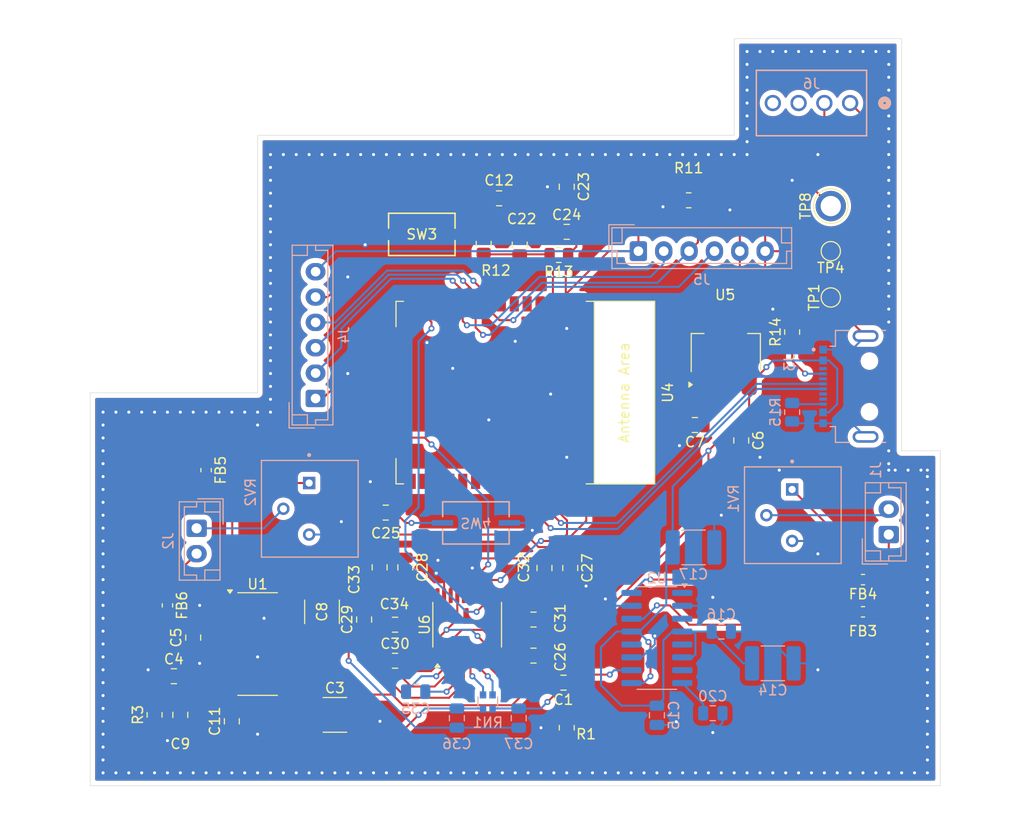
<source format=kicad_pcb>
(kicad_pcb (version 20240108) (generator "pcbnew") (generator_version "8.0")
  (layers (0 "F.Cu" signal) (31 "B.Cu" signal) (34 "B.Paste" user) (35 "F.Paste" user) (36 "B.SilkS" user "B.Silkscreen") (37 "F.SilkS" user "F.Silkscreen") (38 "B.Mask" user) (39 "F.Mask" user) (44 "Edge.Cuts" user))
  (net 0 "")
  (net 1 "GND")
  (net 2 "/inR")
  (net 3 "+3.3V")
  (net 4 "Net-(U2-INR)")
  (net 5 "/inL")
  (net 6 "+5V")
  (net 7 "/bckIn")
  (net 8 "/sdIn")
  (net 9 "/wsIn")
  (net 10 "/wsOut")
  (net 11 "/bckOut")
  (net 12 "Net-(U2-VREF)")
  (net 13 "Net-(J1-Pin_1)")
  (net 14 "Net-(J1-Pin_2)")
  (net 15 "Net-(U2--OUT_R)")
  (net 16 "Net-(U2-+OUT_R)")
  (net 17 "/sdOut")
  (net 37 "Net-(U1-INL)")
  (net 38 "Net-(U1-VREF)")
  (net 39 "Net-(FB4-Pad1)")
  (net 40 "Net-(U1-+OUT_L)")
  (net 41 "Net-(FB5-Pad1)")
  (net 42 "Net-(U1--OUT_L)")
  (net 43 "Net-(J2-Pin_2)")
  (net 44 "Net-(J2-Pin_1)")
  (net 53 "Net-(C12-Pad2)")
  (net 54 "Net-(U4-EN{slash}CHIP_PU)")
  (net 55 "Net-(U4-GPIO0{slash}BOOT{slash}ADC2_CH1)")
  (net 56 "GNDA")
  (net 57 "+3.3VA")
  (net 58 "/ldo")
  (net 59 "/vneg")
  (net 60 "Net-(U6-CAPM)")
  (net 61 "Net-(U6-CAPP)")
  (net 63 "/d2+")
  (net 64 "/d2-")
  (net 65 "/cc22")
  (net 67 "/cc21")
  (net 70 "Net-(RN1-R1.2)")
  (net 71 "Net-(RN1-R2.2)")
  (footprint "Espressif:ESP32-WROOM-32E" (layer "F.Cu") (at 164.98 99.036 -90)
    (property "Reference" "U4")
    (property "Value" "ESP32-WROOM-E")
  )
  (footprint "Capacitor_SMD:C_0805_2012Metric" (layer "F.Cu") (at 188.022 103.756 -90)
    (property "Reference" "C6")
    (property "Value" "10uF")
  )
  (footprint "Capacitor_SMD:C_0805_2012Metric" (layer "F.Cu") (at 132.715 130.81 -90)
    (property "Reference" "C9")
    (property "Value" "0.1uF")
  )
  (footprint "Package_TO_SOT_SMD:SOT-223-3_TabPin2" (layer "F.Cu") (at 186.498 95.12 90)
    (property "Reference" "U5")
    (property "Value" "AMS1117-3.3")
  )
  (footprint "Inductor_SMD:L_0603_1608Metric" (layer "F.Cu") (at 200.025 117.475 180)
    (property "Reference" "FB4")
    (property "Value" "FerriteBead")
  )
  (footprint "Capacitor_SMD:C_0805_2012Metric" (layer "F.Cu") (at 164.146 79.88 180)
    (property "Reference" "C12")
    (property "Value" "0.1uF")
  )
  (footprint "Capacitor_SMD:C_0805_2012Metric" (layer "F.Cu") (at 133.985 123.19 90)
    (property "Reference" "C5")
    (property "Value" "1uF")
  )
  (footprint "Resistor_SMD:R_0805_2012Metric" (layer "F.Cu") (at 130.175 130.81 90)
    (property "Reference" "R3")
    (property "Value" "10k")
  )
  (footprint "Switch:SW2_PTS636 SM25F SMTR LFS_CNK" (layer "F.Cu") (at 156.526 83.436)
    (property "Reference" "SW3")
    (property "Value" "SW_Push")
  )
  (footprint "Package_SO:TSSOP-20_4.4x6.5mm_P0.65mm" (layer "F.Cu") (at 160.9985 121.92 90)
    (property "Reference" "U6")
    (property "Value" "PCM5102A")
  )
  (footprint "Capacitor_SMD:C_0805_2012Metric" (layer "F.Cu") (at 152.3625 116.266 90)
    (property "Reference" "C33")
    (property "Value" "10uF")
  )
  (footprint "Inductor_SMD:L_0603_1608Metric" (layer "F.Cu") (at 131.445 120.015 -90)
    (property "Reference" "FB6")
    (property "Value" "FerriteBead")
  )
  (footprint "Capacitor_SMD:C_0805_2012Metric" (layer "F.Cu") (at 167.5365 121.412 180)
    (property "Reference" "C31")
    (property "Value" "10uF")
  )
  (footprint "Capacitor_SMD:C_1812_4532Metric" (layer "F.Cu") (at 147.955 130.81)
    (property "Reference" "C3")
    (property "Value" "20uF")
  )
  (footprint "Resistor_SMD:R_0805_2012Metric" (layer "F.Cu") (at 170.036 85.468 180)
    (property "Reference" "R13")
    (property "Value" "10k")
  )
  (footprint "Capacitor_SMD:C_0805_2012Metric" (layer "F.Cu") (at 154.9025 116.266 -90)
    (property "Reference" "C28")
    (property "Value" "0.1uF")
  )
  (footprint "Resistor_SMD:R_0805_2012Metric" (layer "F.Cu") (at 182.84 80.077 180)
    (property "Reference" "R11")
    (property "Value" "100k")
  )
  (footprint "Capacitor_SMD:C_1812_4532Metric" (layer "F.Cu") (at 146.685 120.65 90)
    (property "Reference" "C8")
    (property "Value" "20uF")
  )
  (footprint "Resistor_SMD:R_0805_2012Metric" (layer "F.Cu") (at 162.622 84.3485 90)
    (property "Reference" "R12")
    (property "Value" "0")
  )
  (footprint "Resistor_SMD:R_0805_2012Metric" (layer "F.Cu") (at 193.04 93.0675 90)
    (property "Reference" "R14")
    (property "Value" "5.1k")
  )
  (footprint "Capacitor_SMD:C_0805_2012Metric" (layer "F.Cu") (at 132.08 127)
    (property "Reference" "C4")
    (property "Value" "1uF")
  )
  (footprint "TestPoint:TestPoint_Pad_D1.5mm" (layer "F.Cu") (at 196.85 85.09 180)
    (property "Reference" "TP4")
    (property "Value" "TestPoint")
  )
  (footprint "Capacitor_SMD:C_0805_2012Metric" (layer "F.Cu") (at 137.795 131.445 90)
    (property "Reference" "C11")
    (property "Value" "1uF")
  )
  (footprint "Capacitor_SMD:C_0805_2012Metric" (layer "F.Cu") (at 152.97 110.868 180)
    (property "Reference" "C25")
    (property "Value" "0.1uF")
  )
  (footprint "Capacitor_SMD:C_0805_2012Metric" (layer "F.Cu") (at 150.8385 121.412 90)
    (property "Reference" "C29")
    (property "Value" "2.2uF")
  )
  (footprint "Capacitor_SMD:C_0805_2012Metric" (layer "F.Cu") (at 167.5365 124.968)
    (property "Reference" "C26")
    (property "Value" "0.1uF")
  )
  (footprint "Capacitor_SMD:C_0805_2012Metric" (layer "F.Cu") (at 153.8865 121.92 180)
    (property "Reference" "C34")
    (property "Value" "10uF")
  )
  (footprint "Inductor_SMD:L_0603_1608Metric" (layer "F.Cu") (at 200.025 120.65)
    (property "Reference" "FB3")
    (property "Value" "FerriteBead")
  )
  (footprint "Capacitor_SMD:C_0805_2012Metric" (layer "F.Cu") (at 171.1585 116.332 -90)
    (property "Reference" "C27")
    (property "Value" "0.1uF")
  )
  (footprint "Package_SO:SOP-16_3.9x9.9mm_P1.27mm" (layer "F.Cu") (at 140.335 123.825)
    (property "Reference" "U1")
    (property "Value" "PAM8406D")
  )
  (footprint "Capacitor_SMD:C_0805_2012Metric" (layer "F.Cu") (at 153.8865 125.476)
    (property "Reference" "C30")
    (property "Value" "0.1uF")
  )
  (footprint "TestPoint:TestPoint_Pad_D1.5mm" (layer "F.Cu") (at 196.85 89.655 90)
    (property "Reference" "TP1")
    (property "Value" "TestPoint")
  )
  (footprint "Resistor_SMD:R_0805_2012Metric" (layer "F.Cu") (at 170.815 132.08 90)
    (property "Reference" "R1")
    (property "Value" "10k")
  )
  (footprint "Capacitor_SMD:C_0805_2012Metric" (layer "F.Cu") (at 170.495 127.635 180)
    (property "Reference" "C1")
    (property "Value" "0.1uF")
  )
  (footprint "TestPoint:TestPoint_Plated_Hole_D2.0mm" (layer "F.Cu") (at 196.85 80.645 90)
    (property "Reference" "TP8")
    (property "Value" "TestPoint")
  )
  (footprint "Capacitor_SMD:C_0805_2012Metric" (layer "F.Cu") (at 183.45 102.232 180)
    (property "Reference" "C7")
    (property "Value" "22uF")
  )
  (footprint "Capacitor_SMD:C_0805_2012Metric" (layer "F.Cu") (at 166.178 84.452 90)
    (property "Reference" "C22")
    (property "Value" "0.1uF")
  )
  (footprint "Capacitor_SMD:C_0805_2012Metric" (layer "F.Cu") (at 170.815 83.185)
    (property "Reference" "C24")
    (property "Value" "0.1uF")
  )
  (footprint "Inductor_SMD:L_0603_1608Metric" (layer "F.Cu") (at 135.255 106.68 -90)
    (property "Reference" "FB5")
    (property "Value" "FerriteBead")
  )
  (footprint "Capacitor_SMD:C_0805_2012Metric" (layer "F.Cu") (at 168.6185 116.332 -90)
    (property "Reference" "C32")
    (property "Value" "10uF")
  )
  (footprint "Capacitor_SMD:C_0805_2012Metric" (layer "F.Cu") (at 170.815 78.74 -90)
    (property "Reference" "C23")
    (property "Value" "22uF")
  )
  (footprint "Capacitor_SMD:C_0805_2012Metric" (layer "B.Cu") (at 186.055 122.597499 180)
    (property "Reference" "C16")
    (property "Value" "1uF")
  )
  (footprint "Capacitor_SMD:C_0805_2012Metric" (layer "B.Cu") (at 159.9825 131.13 90)
    (property "Reference" "C36")
    (property "Value" "2.2nF")
  )
  (footprint "Switch:SW2_PTS636 SM25F SMTR LFS_CNK" (layer "B.Cu") (at 161.8587 111.884)
    (property "Reference" "SW4")
    (property "Value" "SW_Push")
  )
  (footprint "Resistor_SMD:R_Array_Convex_2x0606" (layer "B.Cu") (at 163.0305 129.54 90)
    (property "Reference" "RN1")
    (property "Value" "470")
  )
  (footprint "3310P_025_103L:POT_3310P-025-103L" (layer "B.Cu") (at 145.415 110.49 -90)
    (property "Reference" "RV2")
    (property "Value" "10k")
  )
  (footprint "Capacitor_SMD:C_0805_2012Metric" (layer "B.Cu") (at 166.0785 131.13 -90)
    (property "Reference" "C37")
    (property "Value" "2.2nF")
  )
  (footprint "Capacitor_SMD:C_0805_2012Metric" (layer "B.Cu") (at 185.2175 130.65 180)
    (property "Reference" "C20")
    (property "Value" "1uF")
  )
  (footprint "Connector_JST:JST_EH_B2B-EH-A_1x02_P2.50mm_Vertical" (layer "B.Cu") (at 202.565 113.03 90)
    (property "Reference" "J1")
    (property "Value" "Conn_01x02_Socket")
  )
  (footprint "Capacitor_SMD:C_0805_2012Metric" (layer "B.Cu") (at 179.705 130.852499 90)
    (property "Reference" "C15")
    (property "Value" "1uF")
  )
  (footprint "Connector_JST:JST_EH_B2B-EH-A_1x02_P2.50mm_Vertical" (layer "B.Cu") (at 134.32 112.415 -90)
    (property "Reference" "J2")
    (property "Value" "Conn_01x02_Socket")
  )
  (footprint "Package_SO:SOP-16_3.9x9.9mm_P1.27mm" (layer "B.Cu") (at 179.705 123.232499 180)
    (property "Reference" "U2")
    (property "Value" "PAM8406D")
  )
  (footprint "ScrewTerminal:CONN_1725672_PXC" (layer "B.Cu") (at 198.755 70.485 180)
    (property "Reference" "J6")
    (property "Value" "Screw_Terminal_01x02")
  )
  (footprint "3310P_025_103L:POT_3310P-025-103L" (layer "B.Cu") (at 193.04 111.125 -90)
    (property "Reference" "RV1")
    (property "Value" "10k")
  )
  (footprint "Capacitor_SMD:C_1812_4532Metric" (layer "B.Cu") (at 191.135 125.73)
    (property "Reference" "C14")
    (property "Value" "20uF")
  )
  (footprint "Resistor_SMD:R_0805_2012Metric" (layer "B.Cu") (at 193.04 100.965 -90)
    (property "Reference" "R15")
    (property "Value" "5.1k")
  )
  (footprint "Capacitor_SMD:C_0805_2012Metric" (layer "B.Cu") (at 155.9185 128.524)
    (property "Reference" "C35")
    (property "Value" "2.2uF")
  )
  (footprint "Connector_JST:JST_EH_B6B-EH-A_1x06_P2.50mm_Vertical" (layer "B.Cu") (at 146.05 99.615 90)
    (property "Reference" "J4")
    (property "Value" "Conn_01x06_Socket")
  )
  (footprint "Capacitor_SMD:C_1812_4532Metric" (layer "B.Cu") (at 183.3125 114.3)
    (property "Reference" "C17")
    (property "Value" "20uF")
  )
  (footprint "217B_CA04 (1):ATTEND_217B-CA04" (layer "B.Cu") (at 200.66 98.425 -90)
    (property "Reference" "J3")
    (property "Value" "217B-CA04")
  )
  (footprint "Connector_JST:JST_EH_B6B-EH-A_1x06_P2.50mm_Vertical" (layer "B.Cu") (at 177.88 85.09)
    (property "Reference" "J5")
    (property "Value" "Conn_01x06_Socket")
  )
  (gr_poly (pts (xy 203.835 64.135) (xy 187.325 64.135) (xy 187.325 73.66) (xy 140.335 73.66) (xy 140.335 99.06) (xy 123.825 99.06) (xy 123.825 137.795) (xy 207.645 137.795) (xy 207.645 104.775) (xy 203.835 104.775)) (stroke (width 0.05)) (fill none) (layer "Edge.Cuts"))
  (segment (start 168.6185 117.282) (end 165.699 117.282) (width 0.2) (layer "F.Cu") (net 1))
  (segment (start 187.88 85.09) (end 187.88 87.71) (width 0.2) (layer "F.Cu") (net 1))
  (segment (start 170.815 77.79) (end 169.86 77.79) (width 0.2) (layer "F.Cu") (net 1))
  (segment (start 162.87 97.536) (end 160.466 97.536) (width 0.2) (layer "F.Cu") (net 1))
  (segment (start 141.5975 105.6175) (end 141.645 105.57) (width 0.2) (layer "F.Cu") (net 1))
  (segment (start 166.178 83.502) (end 166.178 82.928) (width 0.2) (layer "F.Cu") (net 1))
  (segment (start 135.255 120.65) (end 134.62 120.015) (width 0.2) (layer "F.Cu") (net 1))
  (segment (start 130.175 127) (end 129.54 126.365) (width 0.2) (layer "F.Cu") (net 1))
  (segment (start 165.67 97.536) (end 167.578 97.536) (width 0.2) (layer "F.Cu") (net 1))
  (segment (start 158.7235 117.613) (end 157.9505 116.84) (width 0.2) (layer "F.Cu") (net 1))
  (segment (start 165.699 117.282) (end 163.9235 119.0575) (width 0.2) (layer "F.Cu") (net 1))
  (segment (start 167.578 97.536) (end 169.226 99.184) (width 0.2) (layer "F.Cu") (net 1))
  (segment (start 137.795 132.395) (end 140.015 132.395) (width 0.2) (layer "F.Cu") (net 1))
  (segment (start 164.27 97.536) (end 165.67 97.536) (width 0.2) (layer "F.Cu") (net 1))
  (segment (start 182.5 99.968) (end 182.5 102.232) (width 0.2) (layer "F.Cu") (net 1))
  (segment (start 140.97 121.285) (end 141.605 120.65) (width 0.2) (layer "F.Cu") (net 1))
  (segment (start 146.05 89.615) (end 147.24 89.615) (width 0.2) (layer "F.Cu") (net 1))
  (segment (start 150.005 130.81) (end 151.765 130.81) (width 0.2) (layer "F.Cu") (net 1))
  (segment (start 187.88 87.71) (end 186.69 88.9) (width 0.2) (layer "F.Cu") (net 1))
  (segment (start 194.31 78.105) (end 193.04 78.105) (width 0.2) (layer "F.Cu") (net 1))
  (segment (start 152.3625 115.316) (end 154.9025 115.316) (width 0.2) (layer "F.Cu") (net 1))
  (segment (start 171.99 107.786) (end 171.99 106.585) (width 0.2) (layer "F.Cu") (net 1))
  (segment (start 196.215 74.93) (end 195.58 75.565) (width 0.2) (layer "F.Cu") (net 1))
  (segment (start 188.022 104.706) (end 189.161 104.706) (width 0.2) (layer "F.Cu") (net 1))
  (segment (start 140.985 102.885) (end 140.335 102.235) (width 0.2) (layer "F.Cu") (net 1))
  (segment (start 157.861 115.316) (end 158.115 115.57) (width 0.2) (layer "F.Cu") (net 1))
  (segment (start 151.954 83.436) (end 150.938 84.452) (width 0.2) (layer "F.Cu") (net 1))
  (segment (start 192.485 92.155) (end 191.135 90.805) (width 0.2) (layer "F.Cu") (net 1))
  (segment (start 160.466 97.536) (end 159.574 96.644) (width 0.2) (layer "F.Cu") (net 1))
  (segment (start 154.23 93.316) (end 156.246 93.316) (width 0.2) (layer "F.Cu") (net 1))
  (segment (start 180.935 80.077) (end 180.3 80.712) (width 0.2) (layer "F.Cu") (net 1))
  (segment (start 156.246 93.316) (end 157.034 94.104) (width 0.2) (layer "F.Cu") (net 1))
  (segment (start 130.175 132.08) (end 131.445 133.35) (width 0.2) (layer "F.Cu") (net 1))
  (segment (start 147.24 89.615) (end 149.225 87.63) (width 0.2) (layer "F.Cu") (net 1))
  (segment (start 166.178 82.928) (end 165.096 81.846) (width 0.2) (layer "F.Cu") (net 1))
  (segment (start 141.605 120.65) (end 142.835 120.65) (width 0.2) (layer "F.Cu") (net 1))
  (segment (start 164.27 98.936) (end 164.27 100.584) (width 0.2) (layer "F.Cu") (net 1))
  (segment (start 130.175 131.7225) (end 130.175 132.08) (width 0.2) (layer "F.Cu") (net 1))
  (segment (start 171.99 106.585) (end 170.815 105.41) (width 0.2) (layer "F.Cu") (net 1))
  (segment (start 193.04 92.155) (end 192.485 92.155) (width 0.2) (layer "F.Cu") (net 1))
  (segment (start 164.27 97.536) (end 164.27 96.136) (width 0.2) (layer "F.Cu") (net 1))
  (segment (start 131.13 127) (end 130.175 127) (width 0.2) (layer "F.Cu") (net 1))
  (segment (start 164.27 98.936) (end 164.27 97.536) (width 0.2) (layer "F.Cu") (net 1))
  (segment (start 140.985 105.49) (end 140.985 102.885) (width 0.2) (layer "F.Cu") (net 1))
  (segment (start 193.04 92.155) (end 198.98 92.155) (width 0.2) (layer "F.Cu") (net 1))
  (segment (start 146.765 99.615) (end 149.225 97.155) (width 0.2) (layer "F.Cu") (net 1))
  (segment (start 164.27 98.936) (end 165.67 98.936) (width 0.2) (layer "F.Cu") (net 1))
  (segment (start 181.926 104.264) (end 182.5 103.69) (width 0.2) (layer "F.Cu") (net 1))
  (segment (start 196.215 70.485) (end 196.215 74.93) (width 0.2) (layer "F.Cu") (net 1))
  (segment (start 165.67 96.136) (end 164.27 96.136) (width 0.2) (layer "F.Cu") (net 1))
  (segment (start 171.892 117.282) (end 172.72 118.11) (width 0.2) (layer "F.Cu") (net 1))
  (segment (start 169.548 83.502) (end 169.865 83.185) (width 0.2) (layer "F.Cu") (net 1))
  (segment (start 163.9235 119.0575) (end 163.2735 119.0575) (width 0.2) (layer "F.Cu") (net 1))
  (segment (start 171.99 91.535) (end 170.815 92.71) (width 0.2) (layer "F.Cu") (net 1))
  (segment (start 160.6735 117.165) (end 161.5065 116.332) (width 0.2) (layer "F.Cu") (net 1))
  (segment (start 158.7235 119.0575) (end 158.7235 117.613) (width 0.2) (layer "F.Cu") (net 1))
  (segment (start 164.27 100.584) (end 163.13 101.724) (width 0.2) (layer "F.Cu") (net 1))
  (segment (start 133.985 124.14) (end 133.985 125.095) (width 0.2) (layer "F.Cu") (net 1))
  (segment (start 166.178 83.502) (end 169.548 83.502) (width 0.2) (layer "F.Cu") (net 1))
  (segment (start 133.985 125.095) (end 134.62 125.73) (width 0.2) (layer "F.Cu") (net 1))
  (segment (start 154.9025 115.316) (end 157.861 115.316) (width 0.2) (layer "F.Cu") (net 1))
  (segment (start 181.9275 80.077) (end 180.935 80.077) (width 0.2) (layer "F.Cu") (net 1))
  (segment (start 142.835 125.73) (end 140.97 125.73) (width 0.2) (layer "F.Cu") (net 1))
  (segment (start 184.198 98.27) (end 182.5 99.968) (width 0.2) (layer "F.Cu") (net 1))
  (segment (start 198.98 92.155) (end 200.28 93.455) (width 0.2) (layer "F.Cu") (net 1))
  (segment (start 144.635 120.65) (end 146.685 118.6) (width 0.2) (layer "F.Cu") (net 1))
  (segment (start 140.015 132.395) (end 140.335 132.715) (width 0.2) (layer "F.Cu") (net 1))
  (segment (start 196.85 80.645) (end 194.31 78.105) (width 0.2) (layer "F.Cu") (net 1))
  (segment (start 187.88 82.002) (end 186.904 81.026) (width 0.2) (layer "F.Cu") (net 1))
  (segment (start 164.27 96.136) (end 162.87 96.136) (width 0.2) (layer "F.Cu") (net 1))
  (segment (start 152.02 110.868) (end 152.02 108.394) (width 0.2) (layer "F.Cu") (net 1))
  (segment (start 140.97 125.73) (end 140.335 125.095) (width 0.2) (layer "F.Cu") (net 1))
  (segment (start 169.1875 132.9925) (end 168.275 132.08) (width 0.2) (layer "F.Cu") (net 1))
  (segment (start 182.5 103.69) (end 182.5 102.232) (width 0.2) (layer "F.Cu") (net 1))
  (segment (start 151.765 130.81) (end 152.4 131.445) (width 0.2) (layer "F.Cu") (net 1))
  (segment (start 184.532 98.604) (end 184.198 98.27) (width 0.2) (layer "F.Cu") (net 1))
  (segment (start 142.835 120.65) (end 144.635 120.65) (width 0.2) (layer "F.Cu") (net 1))
  (segment (start 169.86 77.79) (end 168.91 78.74) (width 0.2) (layer "F.Cu") (net 1))
  (segment (start 170.815 132.9925) (end 169.1875 132.9925) (width 0.2) (layer "F.Cu") (net 1))
  (segment (start 171.99 90.286) (end 171.99 91.535) (width 0.2) (layer "F.Cu") (net 1))
  (segment (start 163.9235 124.7825) (end 163.9235 119.0575) (width 0.2) (layer "F.Cu") (net 1))
  (segment (start 137.835 120.65) (end 135.255 120.65) (width 0.2) (layer "F.Cu") (net 1))
  (segment (start 189.161 104.706) (end 189.865 105.41) (width 0.2) (layer "F.Cu") (net 1))
  (segment (start 164.27 95.445) (end 164.27 96.136) (width 0.2) (layer "F.Cu") (net 1))
  (segment (start 171.1585 117.282) (end 168.6185 117.282) (width 0.2) (layer "F.Cu") (net 1))
  (segment (start 160.6735 119.0575) (end 160.6735 117.165) (width 0.2) (layer "F.Cu") (net 1))
  (segment (start 153.2253 83.436) (end 151.954 83.436) (width 0.2) (layer "F.Cu") (net 1))
  (segment (start 165.735 93.98) (end 164.27 95.445) (width 0.2) (layer "F.Cu") (net 1))
  (segment (start 165.096 81.846) (end 165.096 79.88) (width 0.2) (layer "F.Cu") (net 1))
  (segment (start 187.88 85.09) (end 187.88 82.002) (width 0.2) (layer "F.Cu") (net 1))
  (segment (start 171.1585 117.282) (end 171.892 117.282) (width 0.2) (layer "F.Cu") (net 1))
  (segment (start 152.02 108.394) (end 151.446 107.82) (width 0.2) (layer "F.Cu") (net 1))
  (segment (start 162.87 98.936) (end 164.27 98.936) (width 0.2) (layer "F.Cu") (net 1))
  (segment (start 164.27 97.536) (end 162.87 97.536) (width 0.2) (layer "F.Cu") (net 1))
  (segment (start 146.05 99.615) (end 146.765 99.615) (width 0.2) (layer "F.Cu") (net 1))
  (via (at 139.065 100.965) (size 0.6) (drill 0.3) (layers "F.Cu" "B.Cu") (net 1))
  (via (at 193.675 65.405) (size 0.6) (drill 0.3) (layers "F.Cu" "B.Cu") (net 1))
  (via (at 179.705 136.525) (size 0.6) (drill 0.3) (layers "F.Cu" "B.Cu") (net 1))
  (via (at 141.605 136.525) (size 0.6) (drill 0.3) (layers "F.Cu" "B.Cu") (net 1))
  (via (at 170.815 92.71) (size 0.6) (drill 0.3) (layers "F.Cu" "B.Cu") (net 1))
  (via (at 141.605 92.075) (size 0.6) (drill 0.3) (layers "F.Cu" "B.Cu") (net 1))
  (via (at 133.985 136.525) (size 0.6) (drill 0.3) (layers "F.Cu" "B.Cu") (net 1))
  (via (at 128.905 100.965) (size 0.6) (drill 0.3) (layers "F.Cu" "B.Cu") (net 1))
  (via (at 188.595 69.215) (size 0.6) (drill 0.3) (layers "F.Cu" "B.Cu") (net 1))
  (via (at 140.335 102.235) (size 0.6) (drill 0.3) (layers "F.Cu" "B.Cu") (net 1))
  (via (at 125.095 112.395) (size 0.6) (drill 0.3) (layers "F.Cu" "B.Cu") (net 1))
  (via (at 202.565 75.565) (size 0.6) (drill 0.3) (layers "F.Cu" "B.Cu") (net 1))
  (via (at 125.095 131.445) (size 0.6) (drill 0.3) (layers "F.Cu" "B.Cu") (net 1))
  (via (at 125.095 100.965) (size 0.6) (drill 0.3) (layers "F.Cu" "B.Cu") (net 1))
  (via (at 136.525 136.525) (size 0.6) (drill 0.3) (layers "F.Cu" "B.Cu") (net 1))
  (via (at 125.095 122.555) (size 0.6) (drill 0.3) (layers "F.Cu" "B.Cu") (net 1))
  (via (at 170.815 75.565) (size 0.6) (drill 0.3) (layers "F.Cu" "B.Cu") (net 1))
  (via (at 154.305 75.565) (size 0.6) (drill 0.3) (layers "F.Cu" "B.Cu") (net 1))
  (via (at 197.485 136.525) (size 0.6) (drill 0.3) (layers "F.Cu" "B.Cu") (net 1))
  (via (at 202.565 74.295) (size 0.6) (drill 0.3) (layers "F.Cu" "B.Cu") (net 1))
  (via (at 188.595 66.675) (size 0.6) (drill 0.3) (layers "F.Cu" "B.Cu") (net 1))
  (via (at 182.245 75.565) (size 0.6) (drill 0.3) (layers "F.Cu" "B.Cu") (net 1))
  (via (at 140.335 125.095) (size 0.6) (drill 0.3) (layers "F.Cu" "B.Cu") (net 1))
  (via (at 179.705 75.565) (size 0.6) (drill 0.3) (layers "F.Cu" "B.Cu") (net 1))
  (via (at 188.595 73.025) (size 0.6) (drill 0.3) (layers "F.Cu" "B.Cu") (net 1))
  (via (at 141.605 78.105) (size 0.6) (drill 0.3) (layers "F.Cu" "B.Cu") (net 1))
  (via (at 202.565 86.995) (size 0.6) (drill 0.3) (layers "F.Cu" "B.Cu") (net 1))
  (via (at 167.4185 112.6165) (size 0.6) (drill 0.3) (layers "F.Cu" "B.Cu") (net 1))
  (via (at 206.375 117.475) (size 0.6) (drill 0.3) (layers "F.Cu" "B.Cu") (net 1))
  (via (at 125.095 120.015) (size 0.6) (drill 0.3) (layers "F.Cu" "B.Cu") (net 1))
  (via (at 172.085 136.525) (size 0.6) (drill 0.3) (layers "F.Cu" "B.Cu") (net 1))
  (via (at 194.945 136.525) (size 0.6) (drill 0.3) (layers "F.Cu" "B.Cu") (net 1))
  (via (at 141.605 93.345) (size 0.6) (drill 0.3) (layers "F.Cu" "B.Cu") (net 1))
  (via (at 182.245 136.525) (size 0.6) (drill 0.3) (layers "F.Cu" "B.Cu") (net 1))
  (via (at 142.875 136.525) (size 0.6) (drill 0.3) (layers "F.Cu" "B.Cu") (net 1))
  (via (at 158.115 75.565) (size 0.6) (drill 0.3) (layers "F.Cu" "B.Cu") (net 1))
  (via (at 198.755 136.525) (size 0.6) (drill 0.3) (layers "F.Cu" "B.Cu") (net 1))
  (via (at 206.375 109.855) (size 0.6) (drill 0.3) (layers "F.Cu" "B.Cu") (net 1))
  (via (at 125.095 130.175) (size 0.6) (drill 0.3) (layers "F.Cu" "B.Cu") (net 1))
  (via (at 131.445 100.965) (size 0.6) (drill 0.3) (layers "F.Cu" "B.Cu") (net 1))
  (via (at 169.226 99.184) (size 0.6) (drill 0.3) (layers "F.Cu" "B.Cu") (net 1))
  (via (at 159.385 136.525) (size 0.6) (drill 0.3) (layers "F.Cu" "B.Cu") (net 1))
  (via (at 165.735 93.98) (size 0.6) (drill 0.3) (layers "F.Cu" "B.Cu") (net 1))
  (via (at 201.295 136.525) (size 0.6) (drill 0.3) (layers "F.Cu" "B.Cu") (net 1))
  (via (at 197.485 65.405) (size 0.6) (drill 0.3) (layers "F.Cu" "B.Cu") (net 1))
  (via (at 136.525 100.965) (size 0.6) (drill 0.3) (layers "F.Cu" "B.Cu") (net 1))
  (via (at 186.055 75.565) (size 0.6) (drill 0.3) (layers "F.Cu" "B.Cu") (net 1))
  (via (at 206.375 122.555) (size 0.6) (drill 0.3) (layers "F.Cu" "B.Cu") (net 1))
  (via (at 188.595 136.525) (size 0.6) (drill 0.3) (layers "F.Cu" "B.Cu") (net 1))
  (via (at 194.945 65.405) (size 0.6) (drill 0.3) (layers "F.Cu" "B.Cu") (net 1))
  (via (at 160.655 75.565) (size 0.6) (drill 0.3) (layers "F.Cu" "B.Cu") (net 1))
  (via (at 195.58 126.365) (size 0.6) (drill 0.3) (layers "F.Cu" "B.Cu") (net 1))
  (via (at 186.055 136.525) (size 0.6) (drill 0.3) (layers "F.Cu" "B.Cu") (net 1))
  (via (at 188.595 65.405) (size 0.6) (drill 0.3) (layers "F.Cu" "B.Cu") (net 1))
  (via (at 125.095 132.715) (size 0.6) (drill 0.3) (layers "F.Cu" "B.Cu") (net 1))
  (via (at 168.275 132.08) (size 0.6) (drill 0.3) (layers "F.Cu" "B.Cu") (net 1))
  (via (at 175.895 75.565) (size 0.6) (drill 0.3) (layers "F.Cu" "B.Cu") (net 1))
  (via (at 168.275 136.525) (size 0.6) (drill 0.3) (layers "F.Cu" "B.Cu") (net 1))
  (via (at 157.034 94.104) (size 0.6) (drill 0.3) (layers "F.Cu" "B.Cu") (net 1))
  (via (at 202.565 76.835) (size 0.6) (drill 0.3) (layers "F.Cu" "B.Cu") (net 1))
  (via (at 157.9505 116.84) (size 0.6) (drill 0.3) (layers "F.Cu" "B.Cu") (net 1))
  (via (at 146.685 75.565) (size 0.6) (drill 0.3) (layers "F.Cu" "B.Cu") (net 1))
  (via (at 183.515 75.565) (size 0.6) (drill 0.3) (layers "F.Cu" "B.Cu") (net 1))
  (via (at 202.565 69.215) (size 0.6) (drill 0.3) (layers "F.Cu" "B.Cu") (net 1))
  (via (at 203.2 106.68) (size 0.6) (drill 0.3) (layers "F.Cu" "B.Cu") (net 1))
  (via (at 202.565 136.525) (size 0.6) (drill 0.3) (layers "F.Cu" "B.Cu") (net 1))
  (via (at 135.255 136.525) (size 0.6) (drill 0.3) (layers "F.Cu" "B.Cu") (net 1))
  (via (at 200.025 65.405) (size 0.6) (drill 0.3) (layers "F.Cu" "B.Cu") (net 1))
  (via (at 165.735 136.525) (size 0.6) (drill 0.3) (layers "F.Cu" "B.Cu") (net 1))
  (via (at 153.035 75.565) (size 0.6) (drill 0.3) (layers "F.Cu" "B.Cu") (net 1))
  (via (at 202.565 106.68) (size 0.6) (drill 0.3) (layers "F.Cu" "B.Cu") (net 1))
  (via (at 125.095 135.255) (size 0.6) (drill 0.3) (layers "F.Cu" "B.Cu") (net 1))
  (via (at 188.595 71.755) (size 0.6) (drill 0.3) (layers "F.Cu" "B.Cu") (net 1))
  (via (at 125.095 108.585) (size 0.6) (drill 0.3) (layers "F.Cu" "B.Cu") (net 1))
  (via (at 135.255 100.965) (size 0.6) (drill 0.3) (layers "F.Cu" "B.Cu") (net 1))
  (via (at 206.375 126.365) (size 0.6) (drill 0.3) (layers "F.Cu" "B.Cu") (net 1))
  (via (at 195.58 114.935) (size 0.6) (drill 0.3) (layers "F.Cu" "B.Cu") (net 1))
  (via (at 188.595 75.565) (size 0.6) (drill 0.3) (layers "F.Cu" "B.Cu") (net 1))
  (via (at 183.515 136.525) (size 0.6) (drill 0.3) (layers "F.Cu" "B.Cu") (net 1))
  (via (at 144.145 136.525) (size 0.6) (drill 0.3) (layers "F.Cu" "B.Cu") (net 1))
  (via (at 167.005 75.565) (size 0.6) (drill 0.3) (layers "F.Cu" "B.Cu") (net 1))
  (via (at 202.565 104.775) (size 0.6) (drill 0.3) (layers "F.Cu" "B.Cu") (net 1))
  (via (at 206.375 106.68) (size 0.6) (drill 0.3) (layers "F.Cu" "B.Cu") (net 1))
  (via (at 149.225 97.155) (size 0.6) (drill 0.3) (layers "F.Cu" "B.Cu") (net 1))
  (via (at 204.47 106.68) (size 0.6) (drill 0.3) (layers "F.Cu" "B.Cu") (net 1))
  (via (at 155.575 136.525) (size 0.6) (drill 0.3) (layers "F.Cu" "B.Cu") (net 1))
  (via (at 141.605 84.455) (size 0.6) (drill 0.3) (layers "F.Cu" "B.Cu") (net 1))
  (via (at 206.375 132.715) (size 0.6) (drill 0.3) (layers "F.Cu" "B.Cu") (net 1))
  (via (at 169.545 75.565) (size 0.6) (drill 0.3) (layers "F.Cu" "B.Cu") (net 1))
  (via (at 174.625 136.525) (size 0.6) (drill 0.3) (layers "F.Cu" "B.Cu") (net 1))
  (via (at 151.765 136.525) (size 0.6) (drill 0.3) (layers "F.Cu" "B.Cu") (net 1))
  (via (at 141.605 81.915) (size 0.6) (drill 0.3) (layers "F.Cu" "B.Cu") (net 1))
  (via (at 126.365 100.965) (size 0.6) (drill 0.3) (layers "F.Cu" "B.Cu") (net 1))
  (via (at 145.415 75.565) (size 0.6) (drill 0.3) (layers "F.Cu" "B.Cu") (net 1))
  (via (at 202.565 67.945) (size 0.6) (drill 0.3) (layers "F.Cu" "B.Cu") (net 1))
  (via (at 206.375 131.445) (size 0.6) (drill 0.3) (layers "F.Cu" "B.Cu") (net 1))
  (via (at 125.095 126.365) (size 0.6) (drill 0.3) (layers "F.Cu" "B.Cu") (net 1))
  (via (at 163.195 136.525) (size 0.6) (drill 0.3) (layers "F.Cu" "B.Cu") (net 1))
  (via (at 141.605 76.835) (size 0.6) (drill 0.3) (layers "F.Cu" "B.Cu") (net 1))
  (via (at 153.035 136.525) (size 0.6) (drill 0.3) (layers "F.Cu" "B.Cu") (net 1))
  (via (at 206.375 128.905) (size 0.6) (drill 0.3) (layers "F.Cu" "B.Cu") (net 1))
  (via (at 140.335 132.715) (size 0.6) (drill 0.3) (layers "F.Cu" "B.Cu") (net 1))
  (via (at 125.095 107.315) (size 0.6) (drill 0.3) (layers "F.Cu" "B.Cu") (net 1))
  (via (at 140.335 136.525) (size 0.6) (drill 0.3) (layers "F.Cu" "B.Cu") (net 1))
  (via (at 202.565 83.185) (size 0.6) (drill 0.3) (layers "F.Cu" "B.Cu") (net 1))
  (via (at 181.926 104.264) (size 0.6) (drill 0.3) (layers "F.Cu" "B.Cu") (net 1))
  (via (at 141.605 100.965) (size 0.6) (drill 0.3) (layers "F.Cu" "B.Cu") (net 1))
  (via (at 159.385 75.565) (size 0.6) (drill 0.3) (layers "F.Cu" "B.Cu") (net 1))
  (via (at 151.765 75.565) (size 0.6) (drill 0.3) (layers "F.Cu" "B.Cu") (net 1))
  (via (at 146.685 136.525) (size 0.6) (drill 0.3) (layers "F.Cu" "B.Cu") (net 1))
  (via (at 189.865 136.525) (size 0.6) (drill 0.3) (layers "F.Cu" "B.Cu") (net 1))
  (via (at 131.445 133.35) (size 0.6) (drill 0.3) (layers "F.Cu" "B.Cu") (net 1))
  (via (at 184.785 75.565) (size 0.6) (drill 0.3) (layers "F.Cu" "B.Cu") (net 1))
  (via (at 205.105 136.525) (size 0.6) (drill 0.3) (layers "F.Cu" "B.Cu") (net 1))
  (via (at 206.375 133.985) (size 0.6) (drill 0.3) (layers "F.Cu" "B.Cu") (net 1))
  (via (at 202.565 106.045) (size 0.6) (drill 0.3) (layers "F.Cu" "B.Cu") (net 1))
  (via (at 134.62 120.015) (size 0.6) (drill 0.3) (layers "F.Cu" "B.Cu") (net 1))
  (via (at 184.785 136.525) (size 0.6) (drill 0.3) (layers "F.Cu" "B.Cu") (net 1))
  (via (at 202.565 88.265) (size 0.6) (drill 0.3) (layers "F.Cu" "B.Cu") (net 1))
  (via (at 164.465 136.525) (size 0.6) (drill 0.3) (layers "F.Cu" "B.Cu") (net 1))
  (via (at 172.085 75.565) (size 0.6) (drill 0.3) (layers "F.Cu" "B.Cu") (net 1))
  (via (at 150.495 75.565) (size 0.6) (drill 0.3) (layers "F.Cu" "B.Cu") (net 1))
  (via (at 141.605 75.565) (size 0.6) (drill 0.3) (layers "F.Cu" "B.Cu") (net 1))
  (via (at 193.675 136.525) (size 0.6) (drill 0.3) (layers "F.Cu" "B.Cu") (net 1))
  (via (at 149.225 87.63) (size 0.6) (drill 0.3) (layers "F.Cu" "B.Cu") (net 1))
  (via (at 125.095 117.475) (size 0.6) (drill 0.3) (layers "F.Cu" "B.Cu") (net 1))
  (via (at 185.2175 119.22) (size 0.6) (drill 0.3) (layers "F.Cu" "B.Cu") (net 1))
  (via (at 126.365 136.525) (size 0.6) (drill 0.3) (layers "F.Cu" "B.Cu") (net 1))
  (via (at 175.895 136.525) (size 0.6) (drill 0.3) (layers "F.Cu" "B.Cu") (net 1))
  (via (at 141.605 83.185) (size 0.6) (drill 0.3) (layers "F.Cu" "B.Cu") (net 1))
  (via (at 181.61 131.487499) (size 0.6) (drill 0.3) (layers "F.Cu" "B.Cu") (net 1))
  (via (at 125.095 128.905) (size 0.6) (drill 0.3) (layers "F.Cu" "B.Cu") (net 1))
  (via (at 169.545 136.525) (size 0.6) (drill 0.3) (layers "F.Cu" "B.Cu") (net 1))
  (via (at 205.74 106.68) (size 0.6) (drill 0.3) (layers "F.Cu" "B.Cu") (net 1))
  (via (at 163.195 75.565) (size 0.6) (drill 0.3) (layers "F.Cu" "B.Cu") (net 1))
  (via (at 200.025 136.525) (size 0.6) (drill 0.3) (layers "F.Cu" "B.Cu") (net 1))
  (via (at 202.565 90.805) (size 0.6) (drill 0.3) (layers "F.Cu" "B.Cu") (net 1))
  (via (at 177.165 75.565) (size 0.6) (drill 0.3) (layers "F.Cu" "B.Cu") (net 1))
  (via (at 192.405 136.525) (size 0.6) (drill 0.3) (layers "F.Cu" "B.Cu") (net 1))
  (via (at 186.69 88.9) (size 0.6) (drill 0.3) (layers "F.Cu" "B.Cu") (net 1))
  (via (at 152.4 131.445) (size 0.6) (drill 0.3) (layers "F.Cu" "B.Cu") (net 1))
  (via (at 149.225 136.525) (size 0.6) (drill 0.3) (layers "F.Cu" "B.Cu") (net 1))
  (via (at 206.375 120.015) (size 0.6) (drill 0.3) (layers "F.Cu" "B.Cu") (net 1))
  (via (at 125.095 121.285) (size 0.6) (drill 0.3) (layers "F.Cu" "B.Cu") (net 1))
  (via (at 180.975 75.565) (size 0.6) (drill 0.3) (layers "F.Cu" "B.Cu") (net 1))
  (via (at 172.72 118.11) (size 0.6) (drill 0.3) (layers "F.Cu" "B.Cu") (net 1))
  (via (at 144.145 75.565) (size 0.6) (drill 0.3) (layers "F.Cu" "B.Cu") (net 1))
  (via (at 188.595 67.945) (size 0.6) (drill 0.3) (layers "F.Cu" "B.Cu") (net 1))
  (via (at 132.715 100.965) (size 0.6) (drill 0.3) (layers "F.Cu" "B.Cu") (net 1))
  (via (at 202.565 80.645) (size 0.6) (drill 0.3) (layers "F.Cu" "B.Cu") (net 1))
  (via (at 155.575 75.565) (size 0.6) (drill 0.3) (layers "F.Cu" "B.Cu") (net 1))
  (via (at 147.955 136.525) (size 0.6) (drill 0.3) (layers "F.Cu" "B.Cu") (net 1))
  (via (at 195.58 75.565) (size 0.6) (drill 0.3) (layers "F.Cu" "B.Cu") (net 1))
  (via (at 148.59 111.76) (size 0.6) (drill 0.3) (layers "F.Cu" "B.Cu") (net 1))
  (via (at 161.5065 116.332) (size 0.6) (drill 0.3) (layers "F.Cu" "B.Cu") (net 1))
  (via (at 140.335 100.965) (size 0.6) (drill 0.3) (layers "F.Cu" "B.Cu") (net 1))
  (via (at 159.574 96.644) (size 0.6) (drill 0.3) (layers "F.Cu" "B.Cu") (net 1))
  (via (at 206.375 107.315) (size 0.6) (drill 0.3) (layers "F.Cu" "B.Cu") (net 1))
  (via (at 132.715 136.525) (size 0.6) (drill 0.3) (layers "F.Cu" "B.Cu") (net 1))
  (via (at 201.295 65.405) (size 0.6) (drill 0.3) (layers "F.Cu" "B.Cu") (net 1))
  (via (at 142.875 75.565) (size 0.6) (drill 0.3) (layers "F.Cu" "B.Cu") (net 1))
  (via (at 125.095 106.045) (size 0.6) (drill 0.3) (layers "F.Cu" "B.Cu") (net 1))
  (via (at 191.135 136.525) (size 0.6) (drill 0.3) (layers "F.Cu" "B.Cu") (net 1))
  (via (at 125.095 109.855) (size 0.6) (drill 0.3) (layers "F.Cu" "B.Cu") (net 1))
  (via (at 141.605 89.535) (size 0.6) (drill 0.3) (layers "F.Cu" "B.Cu") (net 1))
  (via (at 141.605 94.615) (size 0.6) (drill 0.3) (layers "F.Cu" "B.Cu") (net 1))
  (via (at 179.5025 123.03) (size 0.6) (drill 0.3) (layers "F.Cu" "B.Cu") (net 1))
  (via (at 202.565 71.755) (size 0.6) (drill 0.3) (layers "F.Cu" "B.Cu") (net 1))
  (via (at 202.565 85.725) (size 0.6) (drill 0.3) (layers "F.Cu" "B.Cu") (net 1))
  (via (at 173.355 136.525) (size 0.6) (drill 0.3) (layers "F.Cu" "B.Cu") (net 1))
  (via (at 154.305 136.525) (size 0.6) (drill 0.3) (layers "F.Cu" "B.Cu") (net 1))
  (via (at 178.435 75.565) (size 0.6) (drill 0.3) (layers "F.Cu" "B.Cu") (net 1))
  (via (at 141.605 90.805) (size 0.6) (drill 0.3) (layers "F.Cu" "B.Cu") (net 1))
  (via (at 178.435 136.525) (size 0.6) (drill 0.3) (layers "F.Cu" "B.Cu") (net 1))
  (via (at 203.835 136.525) (size 0.6) (drill 0.3) (layers "F.Cu" "B.Cu") (net 1))
  (via (at 202.565 79.375) (size 0.6) (drill 0.3) (layers "F.Cu" "B.Cu") (net 1))
  (via (at 141.605 99.695) (size 0.6) (drill 0.3) (layers "F.Cu" "B.Cu") (net 1))
  (via (at 151.446 107.82) (size 0.6) (drill 0.3) (layers "F.Cu" "B.Cu") (net 1))
  (via (at 141.605 85.725) (size 0.6) (drill 0.3) (layers "F.Cu" "B.Cu") (net 1))
  (via (at 147.955 75.565) (size 0.6) (drill 0.3) (layers "F.Cu" "B.Cu") (net 1))
  (via (at 158.115 136.525) (size 0.6) (drill 0.3) (layers "F.Cu" "B.Cu") (net 1))
  (via (at 206.375 123.825) (size 0.6) (drill 0.3) (layers "F.Cu" "B.Cu") (net 1))
  (via (at 206.375 116.205) (size 0.6) (drill 0.3) (layers "F.Cu" "B.Cu") (net 1))
  (via (at 125.095 125.095) (size 0.6) (drill 0.3) (layers "F.Cu" "B.Cu") (net 1))
  (via (at 134.62 125.73) (size 0.6) (drill 0.3) (layers "F.Cu" "B.Cu") (net 1))
  (via (at 127.635 100.965) (size 0.6) (drill 0.3) (layers "F.Cu" "B.Cu") (net 1))
  (via (at 180.3 80.712) (size 0.6) (drill 0.3) (layers "F.Cu" "B.Cu") (net 1))
  (via (at 168.275 75.565) (size 0.6) (drill 0.3) (layers "F.Cu" "B.Cu") (net 1))
  (via (at 141.605 86.995) (size 0.6) (drill 0.3) (layers "F.Cu" "B.Cu") (net 1))
  (via (at 164.465 75.565) (size 0.6) (drill 0.3) (layers "F.Cu" "B.Cu") (net 1))
  (via (at 188.595 70.485) (size 0.6) (drill 0.3) (layers "F.Cu" "B.Cu") (net 1))
  (via (at 206.375 127.635) (size 0.6) (drill 0.3) (layers "F.Cu" "B.Cu") (net 1))
  (via (at 186.904 81.026) (size 0.6) (drill 0.3) (layers "F.Cu" "B.Cu") (net 1))
  (via (at 206.375 121.285) (size 0.6) (drill 0.3) (layers "F.Cu" "B.Cu") (net 1))
  (via (at 193.04 78.105) (size 0.6) (drill 0.3) (layers "F.Cu" "B.Cu") (net 1))
  (via (at 192.405 65.405) (size 0.6) (drill 0.3) (layers "F.Cu" "B.Cu") (net 1))
  (via (at 125.095 123.825) (size 0.6) (drill 0.3) (layers "F.Cu" "B.Cu") (net 1))
  (via (at 141.605 79.375) (size 0.6) (drill 0.3) (layers "F.Cu" "B.Cu") (net 1))
  (via (at 206.375 125.095) (size 0.6) (drill 0.3) (layers "F.Cu" "B.Cu") (net 1))
  (via (at 165.735 75.565) (size 0.6) (drill 0.3) (layers "F.Cu" "B.Cu") (net 1))
  (via (at 202.565 78.105) (size 0.6) (drill 0.3) (layers "F.Cu" "B.Cu") (net 1))
  (via (at 130.175 100.965) (size 0.6) (drill 0.3) (layers "F.Cu" "B.Cu") (net 1))
  (via (at 133.985 100.965) (size 0.6) (drill 0.3) (layers "F.Cu" "B.Cu") (net 1))
  (via (at 196.215 65.405) (size 0.6) (drill 0.3) (layers "F.Cu" "B.Cu") (net 1))
  (via (at 125.095 133.985) (size 0.6) (drill 0.3) (layers "F.Cu" "B.Cu") (net 1))
  (via (at 206.375 118.745) (size 0.6) (drill 0.3) (layers "F.Cu" "B.Cu") (net 1))
  (via (at 163.13 101.724) (size 0.6) (drill 0.3) (layers "F.Cu" "B.Cu") (net 1))
  (via (at 191.135 90.805) (size 0.6) (drill 0.3) (layers "F.Cu" "B.Cu") (net 1))
  (via (at 125.095 114.935) (size 0.6) (drill 0.3) (layers "F.Cu" "B.Cu") (net 1))
  (via (at 137.795 136.525) (size 0.6) (drill 0.3) (layers "F.Cu" "B.Cu") (net 1))
  (via (at 150.495 136.525) (size 0.6) (drill 0.3) (layers "F.Cu" "B.Cu") (net 1))
  (via (at 191.135 65.405) (size 0.6) (drill 0.3) (layers "F.Cu" "B.Cu") (net 1))
  (via (at 177.165 136.525) (size 0.6) (drill 0.3) (layers "F.Cu" "B.Cu") (net 1))
  (via (at 161.925 136.525) (size 0.6) (drill 0.3) (layers "F.Cu" "B.Cu") (net 1))
  (via (at 170.815 136.525) (size 0.6) (drill 0.3) (layers "F.Cu" "B.Cu") (net 1))
  (via (at 206.375 135.255) (size 0.6) (drill 0.3) (layers "F.Cu" "B.Cu") (net 1))
  (via (at 128.905 136.525) (size 0.6) (drill 0.3) (layers "F.Cu" "B.Cu") (net 1))
  (via (at 174.625 119.38) (size 0.6) (drill 0.3) (layers "F.Cu" "B.Cu") (net 1))
  (via (at 202.565 65.405) (size 0.6) (drill 0.3) (layers "F.Cu" "B.Cu") (net 1))
  (via (at 202.565 73.025) (size 0.6) (drill 0.3) (layers "F.Cu" "B.Cu") (net 1))
  (via (at 158.115 115.57) (size 0.6) (drill 0.3) (layers "F.Cu" "B.Cu") (net 1))
  (via (at 141.605 98.425) (size 0.6) (drill 0.3) (layers "F.Cu" "B.Cu") (net 1))
  (via (at 206.375 130.175) (size 0.6) (drill 0.3) (layers "F.Cu" "B.Cu") (net 1))
  (via (at 125.095 113.665) (size 0.6) (drill 0.3) (layers "F.Cu" "B.Cu") (net 1))
  (via (at 188.595 74.295) (size 0.6) (drill 0.3) (layers "F.Cu" "B.Cu") (net 1))
  (via (at 202.565 66.675) (size 0.6) (drill 0.3) (layers "F.Cu" "B.Cu") (net 1))
  (via (at 187.325 136.525) (size 0.6) (drill 0.3) (layers "F.Cu" "B.Cu") (net 1))
  (via (at 150.938 84.452) (size 0.6) (drill 0.3) (layers "F.Cu" "B.Cu") (net 1))
  (via (at 206.375 114.935) (size 0.6) (drill 0.3) (layers "F.Cu" "B.Cu") (net 1))
  (via (at 206.375 112.395) (size 0.6) (drill 0.3) (layers "F.Cu" "B.Cu") (net 1))
  (via (at 173.355 75.565) (size 0.6) (drill 0.3) (layers "F.Cu" "B.Cu") (net 1))
  (via (at 180.975 136.525) (size 0.6) (drill 0.3) (layers "F.Cu" "B.Cu") (net 1))
  (via (at 174.625 75.565) (size 0.6) (drill 0.3) (layers "F.Cu" "B.Cu") (net 1))
  (via (at 125.095 111.125) (size 0.6) (drill 0.3) (layers "F.Cu" "B.Cu") (net 1))
  (via (at 129.54 126.365) (size 0.6) (drill 0.3) (layers "F.Cu" "B.Cu") (net 1))
  (via (at 187.325 75.565) (size 0.6) (drill 0.3) (layers "F.Cu" "B.Cu") (net 1))
  (via (at 127.635 136.525) (size 0.6) (drill 0.3) (layers "F.Cu" "B.Cu") (net 1))
  (via (at 185.2175 132.555) (size 0.6) (drill 0.3) (layers "F.Cu" "B.Cu") (net 1))
  (via (at 202.565 92.075) (size 0.6) (drill 0.3) (layers "F.Cu" "B.Cu") (net 1))
  (via (at 156.845 75.565) (size 0.6) (drill 0.3) (layers "F.Cu" "B.Cu") (net 1))
  (via (at 206.375 113.665) (size 0.6) (drill 0.3) (layers "F.Cu" "B.Cu") (net 1))
  (via (at 202.565 81.915) (size 0.6) (drill 0.3) (layers "F.Cu" "B.Cu") (net 1))
  (via (at 196.215 136.525) (size 0.6) (drill 0.3) (layers "F.Cu" "B.Cu") (net 1))
  (via (at 161.925 75.565) (size 0.6) (drill 0.3) (layers "F.Cu" "B.Cu") (net 1))
  (via (at 137.795 100.965) (size 0.6) (drill 0.3) (layers "F.Cu" "B.Cu") (net 1))
  (via (at 189.865 65.405) (size 0.6) (drill 0.3) (layers "F.Cu" "B.Cu") (net 1))
  (via (at 206.375 111.125) (size 0.6) (drill 0.3) (layers "F.Cu" "B.Cu") (net 1))
  (via (at 145.415 136.525) (size 0.6) (drill 0.3) (layers "F.Cu" "B.Cu") (net 1))
  (via (at 168.91 78.74) (size 0.6) (drill 0.3) (layers "F.Cu" "B.Cu") (net 1))
  (via (at 125.095 102.235) (size 0.6) (drill 0.3) (layers "F.Cu" "B.Cu") (net 1))
  (via (at 206.375 108.585) (size 0.6) (drill 0.3) (layers "F.Cu" "B.Cu") (net 1))
  (via (at 139.065 136.525) (size 0.6) (drill 0.3) (layers "F.Cu" "B.Cu") (net 1))
  (via (at 130.175 136.525) (size 0.6) (drill 0.3) (layers "F.Cu" "B.Cu") (net 1))
  (via (at 125.095 103.505) (size 0.6) (drill 0.3) (layers "F.Cu" "B.Cu") (net 1))
  (via (at 131.445 136.525) (size 0.6) (drill 0.3) (layers "F.Cu" "B.Cu") (net 1))
  (via (at 202.565 84.455) (size 0.6) (drill 0.3) (layers "F.Cu" "B.Cu") (net 1))
  (via (at 141.605 88.265) (size 0.6) (drill 0.3) (layers "F.Cu" "B.Cu") (net 1))
  (via (at 206.375 136.525) (size 0.6) (drill 0.3) (layers "F.Cu" "B.Cu") (net 1))
  (via (at 141.605 95.885) (size 0.6) (drill 0.3) (layers "F.Cu" "B.Cu") (net 1))
  (via (at 202.565 89.535) (size 0.6) (drill 0.3) (layers "F.Cu" "B.Cu") (net 1))
  (via (at 167.005 136.525) (size 0.6) (drill 0.3) (layers "F.Cu" "B.Cu") (net 1))
  (via (at 170.815 105.41) (size 0.6) (drill 0.3) (layers "F.Cu" "B.Cu") (net 1))
  (via (at 186.055 111.125) (size 0.6) (drill 0.3) (layers "F.Cu" "B.Cu") (net 1))
  (via (at 141.605 80.645) (size 0.6) (drill 0.3) (layers "F.Cu" "B.Cu") (net 1))
  (via (at 125.095 127.635) (size 0.6) (drill 0.3) (layers "F.Cu" "B.Cu") (net 1))
  (via (at 149.225 75.565) (size 0.6) (drill 0.3) (layers "F.Cu" "B.Cu") (net 1))
  (via (at 125.095 104.775) (size 0.6) (drill 0.3) (layers "F.Cu" "B.Cu") (net 1))
  (via (at 140.97 121.285) (size 0.6) (drill 0.3) (layers "F.Cu" "B.Cu") (net 1))
  (via (at 125.095 116.205) (size 0.6) (drill 0.3) (layers "F.Cu" "B.Cu") (net 1))
  (via (at 125.095 118.745) (size 0.6) (drill 0.3) (layers "F.Cu" "B.Cu") (net 1))
  (via (at 156.845 136.525) (size 0.6) (drill 0.3) (layers "F.Cu" "B.Cu") (net 1))
  (via (at 160.655 136.525) (size 0.6) (drill 0.3) (layers "F.Cu" "B.Cu") (net 1))
  (via (at 198.755 65.405) (size 0.6) (drill 0.3) (layers "F.Cu" "B.Cu") (net 1))
  (via (at 191.77 106.68) (size 0.6) (drill 0.3) (layers "F.Cu" "B.Cu") (net 1))
  (via (at 189.865 105.41) (size 0.6) (drill 0.3) (layers "F.Cu" "B.Cu") (net 1))
  (via (at 125.095 136.525) (size 0.6) (drill 0.3) (layers "F.Cu" "B.Cu") (net 1))
  (via (at 141.605 97.155) (size 0.6) (drill 0.3) (layers "F.Cu" "B.Cu") (net 1))
  (segment (start 179.705 131.802499) (end 181.295 131.802499) (width 0.2) (layer "B.Cu") (net 1))
  (segment (start 198.94 94.795) (end 200.28 93.455) (width 0.2) (layer "B.Cu") (net 1))
  (segment (start 189.945 109.22) (end 191.77 107.395) (width 0.2) (layer "B.Cu") (net 1))
  (segment (start 191.77 107.395) (end 191.77 106.68) (width 0.2) (layer "B.Cu") (net 1))
  (segment (start 186.1675 130.65) (end 186.1675 131.605) (width 0.2) (layer "B.Cu") (net 1))
  (segment (start 196.085 102.055) (end 198.94 102.055) (width 0.2) (layer "B.Cu") (net 1))
  (segment (start 193.2175 102.055) (end 193.04 101.8775) (width 0.2) (layer "B.Cu") (net 1))
  (segment (start 193.185 125.73) (end 194.945 125.73) (width 0.2) (layer "B.Cu") (net 1))
  (segment (start 198.94 102.055) (end 200.28 103.395) (width 0.2) (layer "B.Cu") (net 1))
  (segment (start 193.04 113.665) (end 194.31 113.665) (width 0.2) (layer "B.Cu") (net 1))
  (segment (start 187.005 122.597499) (end 190.052499 122.597499) (width 0.2) (layer "B.Cu") (net 1))
  (segment (start 196.085 94.795) (end 198.94 94.795) (width 0.2) (layer "B.Cu") (net 1))
  (segment (start 181.295 131.802499) (end 181.61 131.487499) (width 0.2) (layer "B.Cu") (net 1))
  (segment (start 194.945 125.73) (end 195.58 126.365) (width 0.2) (layer "B.Cu") (net 1))
  (segment (start 177.205 125.137499) (end 178.204999 125.137499) (width 0.2) (layer "B.Cu") (net 1))
  (segment (start 140.335 125.095) (end 140.335 121.92) (width 0.2) (layer "B.Cu") (net 1))
  (segment (start 182.205 120.057499) (end 184.380001 120.057499) (width 0.2) (layer "B.Cu") (net 1))
  (segment (start 145.415 113.03) (end 147.32 113.03) (width 0.2) (layer "B.Cu") (net 1))
  (segment (start 175.302499 120.057499) (end 174.625 119.38) (width 0.2) (layer "B.Cu") (net 1))
  (segment (start 186.1675 131.605) (end 185.2175 132.555) (width 0.2) (layer "B.Cu") (net 1))
  (segment (start 184.380001 120.057499) (end 185.2175 119.22) (width 0.2) (layer "B.Cu") (net 1))
  (segment (start 167.4185 112.6165) (end 166.686 111.884) (width 0.2) (layer "B.Cu") (net 1))
  (segment (start 177.205 120.057499) (end 175.302499 120.057499) (width 0.2) (layer "B.Cu") (net 1))
  (segment (start 140.335 121.92) (end 140.97 121.285) (width 0.2) (layer "B.Cu") (net 1))
  (segment (start 179.5025 123.839998) (end 179.5025 123.03) (width 0.2) (layer "B.Cu") (net 1))
  (segment (start 147.32 113.03) (end 148.59 111.76) (width 0.2) (layer "B.Cu") (net 1))
  (segment (start 196.085 102.055) (end 193.2175 102.055) (width 0.2) (layer "B.Cu") (net 1))
  (segment (start 185.3625 114.3) (end 185.3625 111.8175) (width 0.2) (layer "B.Cu") (net 1))
  (segment (start 190.052499 122.597499) (end 193.185 125.73) (width 0.2) (layer "B.Cu") (net 1))
  (segment (start 185.3625 111.8175) (end 186.055 111.125) (width 0.2) (layer "B.Cu") (net 1))
  (segment (start 194.31 113.665) (end 195.58 114.935) (width 0.2) (layer "B.Cu") (net 1))
  (segment (start 178.204999 125.137499) (end 179.5025 123.839998) (width 0.2) (layer "B.Cu") (net 1))
  (segment (start 166.686 111.884) (end 165.1594 111.884) (width 0.2) (layer "B.Cu") (net 1))
  (segment (start 169.545 128.905) (end 169.545 127.635) (width 0.2) (layer "F.Cu") (net 2))
  (segment (start 168.91 129.54) (end 169.545 128.905) (width 0.2) (layer "F.Cu") (net 2))
  (via (at 168.91 129.54) (size 0.6) (drill 0.3) (layers "F.Cu" "B.Cu") (net 2))
  (segment (start 168.27 130.18) (end 168.91 129.54) (width 0.2) (layer "B.Cu") (net 2))
  (segment (start 166.0785 130.18) (end 163.5605 130.18) (width 0.2) (layer "B.Cu") (net 2))
  (segment (start 166.0785 130.18) (end 168.27 130.18) (width 0.2) (layer "B.Cu") (net 2))
  (segment (start 163.5605 130.18) (end 163.5005 130.24) (width 0.2) (layer "B.Cu") (net 2))
  (segment (start 154.9025 117.216) (end 152.3625 117.216) (width 0.2) (layer "F.Cu") (net 3))
  (segment (start 170.72 85.6965) (end 170.9485 85.468) (width 0.2) (layer "F.Cu") (net 3))
  (segment (start 190.38 85.09) (end 190.38 81.454) (width 0.2) (layer "F.Cu") (net 3))
  (segment (start 170.145686 114.265) (end 168.026471 114.265) (width 0.2) (layer "F.Cu") (net 3))
  (segment (start 170.215 90.791) (end 170.215 103.54) (width 0.2) (layer "F.Cu") (net 3))
  (segment (start 186.498 100.134) (end 184.4 102.232) (width 0.2) (layer "F.Cu") (net 3))
  (segment (start 190.26 85.21) (end 190.38 85.09) (width 0.2) (layer "F.Cu") (net 3))
  (segment (start 170.72 90.286) (end 170.72 85.6965) (width 0.2) (layer "F.Cu") (net 3))
  (segment (start 171.765 84.6515) (end 170.9485 85.468) (width 0.2) (layer "F.Cu") (net 3))
  (segment (start 151.3375 114.0925) (end 151.3375 116.191) (width 0.2) (layer "F.Cu") (net 3))
  (segment (start 171.765 83.185) (end 171.765 84.6515) (width 0.2) (layer "F.Cu") (net 3))
  (segment (start 190.38 85.09) (end 196.85 85.09) (width 0.2) (layer "F.Cu") (net 3))
  (segment (start 174.966 85.09) (end 170.72 89.336) (width 0.2) (layer "F.Cu") (net 3))
  (segment (start 172.74 106.065) (end 172.74 111.670686) (width 0.2) (layer "F.Cu") (net 3))
  (segment (start 168.026471 114.265) (end 166.791471 113.03) (width 0.2) (layer "F.Cu") (net 3))
  (segment (start 190.38 81.454) (end 187.666 78.74) (width 0.2) (layer "F.Cu") (net 3))
  (segment (start 152.4 113.03) (end 151.3375 114.0925) (width 0.2) (layer "F.Cu") (net 3))
  (segment (start 177.88 85.09) (end 174.966 85.09) (width 0.2) (layer "F.Cu") (net 3))
  (segment (start 181.062 78.74) (end 177.88 81.922) (width 0.2) (layer "F.Cu") (net 3))
  (segment (start 177.88 81.922) (end 177.88 85.09) (width 0.2) (layer "F.Cu") (net 3))
  (segment (start 190.38 88.088) (end 190.38 85.09) (width 0.2) (layer "F.Cu") (net 3))
  (segment (start 172.74 111.670686) (end 170.145686 114.265) (width 0.2) (layer "F.Cu") (net 3))
  (segment (start 170.72 90.286) (end 170.215 90.791) (width 0.2) (layer "F.Cu") (net 3))
  (segment (start 158.0735 119.0575) (end 156.232 117.216) (width 0.2) (layer "F.Cu") (net 3))
  (segment (start 171.765 80.64) (end 170.815 79.69) (width 0.2) (layer "F.Cu") (net 3))
  (segment (start 187.666 78.74) (end 181.062 78.74) (width 0.2) (layer "F.Cu") (net 3))
  (segment (start 196.85 84.575) (end 197.365 85.09) (width 0.2) (layer "F.Cu") (net 3))
  (segment (start 186.498 98.27) (end 186.498 100.134) (width 0.2) (layer "F.Cu") (net 3))
  (segment (start 170.72 89.336) (end 170.72 90.286) (width 0.2) (layer "F.Cu") (net 3))
  (segment (start 170.215 103.54) (end 172.74 106.065) (width 0.2) (layer "F.Cu") (net 3))
  (segment (start 156.232 117.216) (end 154.9025 117.216) (width 0.2) (layer "F.Cu") (net 3))
  (segment (start 171.765 83.185) (end 171.765 80.64) (width 0.2) (layer "F.Cu") (net 3))
  (segment (start 166.791471 113.03) (end 152.4 113.03) (width 0.2) (layer "F.Cu") (net 3))
  (segment (start 151.3375 116.191) (end 152.3625 117.216) (width 0.2) (layer "F.Cu") (net 3))
  (segment (start 186.498 91.97) (end 190.38 88.088) (width 0.2) (layer "F.Cu") (net 3))
  (segment (start 186.498 98.27) (end 186.498 91.97) (width 0.2) (layer "F.Cu") (net 3))
  (segment (start 177.88 85.09) (end 148.075 85.09) (width 0.2) (layer "B.Cu") (net 3))
  (segment (start 148.075 85.09) (end 146.05 87.115) (width 0.2) (layer "B.Cu") (net 3))
  (segment (start 175.0575 126.84) (end 172.24 126.84) (width 0.2) (layer "F.Cu") (net 4))
  (segment (start 172.24 126.84) (end 171.445 127.635) (width 0.2) (layer "F.Cu") (net 4))
  (segment (start 171.445 130.5375) (end 170.815 131.1675) (width 0.2) (layer "F.Cu") (net 4))
  (segment (start 171.445 127.635) (end 171.445 130.5375) (width 0.2) (layer "F.Cu") (net 4))
  (via (at 175.0575 126.84) (size 0.6) (drill 0.3) (layers "F.Cu" "B.Cu") (net 4))
  (segment (start 175.490001 126.407499) (end 177.205 126.407499) (width 0.2) (layer "B.Cu") (net 4))
  (segment (start 175.0575 126.84) (end 175.490001 126.407499) (width 0.2) (layer "B.Cu") (net 4))
  (segment (start 134.94 133.985) (end 153.035 133.985) (width 0.2) (layer "F.Cu") (net 5))
  (segment (start 132.715 131.76) (end 134.94 133.985) (width 0.2) (layer "F.Cu") (net 5))
  (segment (start 153.035 133.985) (end 156.21 130.81) (width 0.2) (layer "F.Cu") (net 5))
  (via (at 156.21 130.81) (size 0.6) (drill 0.3) (layers "F.Cu" "B.Cu") (net 5))
  (segment (start 159.9825 130.18) (end 162.5005 130.18) (width 0.2) (layer "B.Cu") (net 5))
  (segment (start 159.9825 130.18) (end 156.84 130.18) (width 0.2) (layer "B.Cu") (net 5))
  (segment (start 162.5005 130.18) (end 162.5605 130.24) (width 0.2) (layer "B.Cu") (net 5))
  (segment (start 156.84 130.18) (end 156.21 130.81) (width 0.2) (layer "B.Cu") (net 5))
  (segment (start 137.835 125.73) (end 136.835001 125.73) (width 0.2) (layer "F.Cu") (net 6))
  (segment (start 145.905 130.81) (end 147.905 128.81) (width 0.2) (layer "F.Cu") (net 6))
  (segment (start 144.135 127.969999) (end 143.834999 128.27) (width 0.2) (layer "F.Cu") (net 6))
  (segment (start 145.905 130.81) (end 143.285552 130.81) (width 0.2) (layer "F.Cu") (net 6))
  (segment (start 200.025 86.48) (end 200.025 71.755) (width 0.2) (layer "F.Cu") (net 6))
  (segment (start 135.565001 127) (end 133.03 127) (width 0.2) (layer "F.Cu") (net 6))
  (segment (start 165.415 129.86) (end 184.785 110.49) (width 0.2) (layer "F.Cu") (net 6))
  (segment (start 190.5 96.52) (end 190.5 96.568) (width 0.2) (layer "F.Cu") (net 6))
  (segment (start 196.85 89.655) (end 200.025 86.48) (width 0.2) (layer "F.Cu") (net 6))
  (segment (start 153.61 128.81) (end 154.66 129.86) (width 0.2) (layer "F.Cu") (net 6))
  (segment (start 191.436471 89.655) (end 196.85 89.655) (width 0.2) (layer "F.Cu") (net 6))
  (segment (start 146.685 122.7) (end 143.325 122.7) (width 0.2) (layer "F.Cu") (net 6))
  (segment (start 142.835 123.19) (end 143.834999 123.19) (width 0.2) (layer "F.Cu") (net 6))
  (segment (start 179.07 127) (end 179.07 123.825) (width 0.2) (layer "F.Cu") (net 6))
  (segment (start 138.205552 125.73) (end 137.835 125.73) (width 0.2) (layer "F.Cu") (net 6))
  (segment (start 188.798 102.03) (end 188.798 98.27) (width 0.2) (layer "F.Cu") (net 6))
  (segment (start 200.025 71.755) (end 198.755 70.485) (width 0.2) (layer "F.Cu") (net 6))
  (segment (start 188.798 98.27) (end 188.798 92.293471) (width 0.2) (layer "F.Cu") (net 6))
  (segment (start 136.835001 125.73) (end 135.565001 127) (width 0.2) (layer "F.Cu") (net 6))
  (segment (start 142.835 123.19) (end 137.835 123.19) (width 0.2) (layer "F.Cu") (net 6))
  (segment (start 143.325 122.7) (end 142.835 123.19) (width 0.2) (layer "F.Cu") (net 6))
  (segment (start 143.834999 128.27) (end 142.835 128.27) (width 0.2) (layer "F.Cu") (net 6))
  (segment (start 184.785 110.49) (end 184.785 104.775) (width 0.2) (layer "F.Cu") (net 6))
  (segment (start 186.754 102.806) (end 188.022 102.806) (width 0.2) (layer "F.Cu") (net 6))
  (segment (start 143.285552 130.81) (end 138.205552 125.73) (width 0.2) (layer "F.Cu") (net 6))
  (segment (start 179.07 123.825) (end 178.869484 123.624484) (width 0.2) (layer "F.Cu") (net 6))
  (segment (start 135.575 122.24) (end 133.985 122.24) (width 0.2) (layer "F.Cu") (net 6))
  (segment (start 143.834999 123.19) (end 144.135 123.490001) (width 0.2) (layer "F.Cu") (net 6))
  (segment (start 132.530062 126.500062) (end 132.530062 123.694938) (width 0.2) (layer "F.Cu") (net 6))
  (segment (start 184.785 104.775) (end 186.754 102.806) (width 0.2) (layer "F.Cu") (net 6))
  (segment (start 154.66 129.86) (end 165.415 129.86) (width 0.2) (layer "F.Cu") (net 6))
  (segment (start 133.03 127) (end 132.530062 126.500062) (width 0.2) (layer "F.Cu") (net 6))
  (segment (start 132.530062 123.694938) (end 133.985 122.24) (width 0.2) (layer "F.Cu") (net 6))
  (segment (start 188.798 92.293471) (end 191.436471 89.655) (width 0.2) (layer "F.Cu") (net 6))
  (segment (start 137.835 123.19) (end 136.525 123.19) (width 0.2) (layer "F.Cu") (net 6))
  (segment (start 144.135 123.490001) (end 144.135 127.969999) (width 0.2) (layer "F.Cu") (net 6))
  (segment (start 190.5 96.568) (end 188.798 98.27) (width 0.2) (layer "F.Cu") (net 6))
  (segment (start 188.022 102.806) (end 188.798 102.03) (width 0.2) (layer "F.Cu") (net 6))
  (segment (start 136.525 123.19) (end 135.575 122.24) (width 0.2) (layer "F.Cu") (net 6))
  (segment (start 147.905 128.81) (end 153.61 128.81) (width 0.2) (layer "F.Cu") (net 6))
  (via (at 184.785 104.775) (size 0.6) (drill 0.3) (layers "F.Cu" "B.Cu") (net 6))
  (via (at 178.869484 123.624484) (size 0.6) (drill 0.3) (layers "F.Cu" "B.Cu") (net 6))
  (via (at 179.07 127) (size 0.6) (drill 0.3) (layers "F.Cu" "B.Cu") (net 6))
  (via (at 190.5 96.52) (size 0.6) (drill 0.3) (layers "F.Cu" "B.Cu") (net 6))
  (segment (start 177.97103 122.597499) (end 180.6275 119.941029) (width 0.2) (layer "B.Cu") (net 6))
  (segment (start 183.505 124.837498) (end 183.505 122.8975) (width 0.2) (layer "B.Cu") (net 6))
  (segment (start 197.485 100.16) (end 197.485 96.69) (width 0.2) (layer "B.Cu") (net 6))
  (segment (start 179.705 129.902499) (end 176.214999 129.902499) (width 0.2) (layer "B.Cu") (net 6))
  (segment (start 181.205001 122.597499) (end 180.34 123.4625) (width 0.2) (layer "B.Cu") (net 6))
  (segment (start 176.214999 129.902499) (end 174.1925 127.88) (width 0.2) (layer "B.Cu") (net 6))
  (segment (start 189.085 125.73) (end 188.237501 125.73) (width 0.2) (layer "B.Cu") (net 6))
  (segment (start 180.6275 114.935) (end 181.2625 114.3) (width 0.2) (layer "B.Cu") (net 6))
  (segment (start 183.204999 125.137499) (end 183.505 124.837498) (width 0.2) (layer "B.Cu") (net 6))
  (segment (start 188.237501 125.73) (end 185.105 122.597499) (width 0.2) (layer "B.Cu") (net 6))
  (segment (start 191.155 95.865) (end 190.5 96.52) (width 0.2) (layer "B.Cu") (net 6))
  (segment (start 183.204999 122.597499) (end 182.205 122.597499) (width 0.2) (layer "B.Cu") (net 6))
  (segment (start 181.2625 108.2975) (end 184.785 104.775) (width 0.2) (layer "B.Cu") (net 6))
  (segment (start 174.1925 124.137499) (end 175.7325 122.597499) (width 0.2) (layer "B.Cu") (net 6))
  (segment (start 177.205 122.597499) (end 177.97103 122.597499) (width 0.2) (layer "B.Cu") (net 6))
  (segment (start 196.66 95.865) (end 196.085 95.865) (width 0.2) (layer "B.Cu") (net 6))
  (segment (start 180.6275 119.941029) (end 180.6275 114.935) (width 0.2) (layer "B.Cu") (net 6))
  (segment (start 196.66 100.985) (end 197.485 100.16) (width 0.2) (layer "B.Cu") (net 6))
  (segment (start 175.7325 122.597499) (end 177.205 122.597499) (width 0.2) (layer "B.Cu") (net 6))
  (segment (start 179.705 129.902499) (end 180.34 129.267499) (width 0.2) (layer "B.Cu") (net 6))
  (segment (start 197.485 96.69) (end 196.66 95.865) (width 0.2) (layer "B.Cu") (net 6))
  (segment (start 180.34 129.267499) (end 180.34 123.4625) (width 0.2) (layer "B.Cu") (net 6))
  (segment (start 182.205 125.137499) (end 183.204999 125.137499) (width 0.2) (layer "B.Cu") (net 6))
  (segment (start 183.505 122.8975) (end 183.204999 122.597499) (width 0.2) (layer "B.Cu") (net 6))
  (segment (start 177.842499 122.597499) (end 177.205 122.597499) (width 0.2) (layer "B.Cu") (net 6))
  (segment (start 179.07 127) (end 178.392501 127.677499) (width 0.2) (layer "B.Cu") (net 6))
  (segment (start 182.205 122.597499) (end 185.105 122.597499) (width 0.2) (layer "B.Cu") (net 6))
  (segment (start 178.869484 123.624484) (end 177.842499 122.597499) (width 0.2) (layer "B.Cu") (net 6))
  (segment (start 174.1925 127.88) (end 174.1925 124.137499) (width 0.2) (layer "B.Cu") (net 6))
  (segment (start 178.392501 127.677499) (end 177.205 127.677499) (width 0.2) (layer "B.Cu") (net 6))
  (segment (start 196.085 95.865) (end 191.155 95.865) (width 0.2) (layer "B.Cu") (net 6))
  (segment (start 181.2625 114.3) (end 181.2625 108.2975) (width 0.2) (layer "B.Cu") (net 6))
  (segment (start 182.205 122.597499) (end 181.205001 122.597499) (width 0.2) (layer "B.Cu") (net 6))
  (segment (start 196.085 100.985) (end 196.66 100.985) (width 0.2) (layer "B.Cu") (net 6))
  (segment (start 163.1 90.286) (end 163.1 89.502) (width 0.2) (layer "F.Cu") (net 7))
  (segment (start 163.1 90.816) (end 163.1 90.286) (width 0.2) (layer "F.Cu") (net 7))
  (segment (start 165.552069 91.892069) (end 164.176069 91.892069) (width 0.2) (layer "F.Cu") (net 7))
  (segment (start 164.176069 91.892069) (end 163.1 90.816) (width 0.2) (layer "F.Cu") (net 7))
  (segment (start 163.1 89.502) (end 161.606 88.008) (width 0.2) (layer "F.Cu") (net 7))
  (via (at 165.552069 91.892069) (size 0.6) (drill 0.3) (layers "F.Cu" "B.Cu") (net 7))
  (via (at 161.606 88.008) (size 0.6) (drill 0.3) (layers "F.Cu" "B.Cu") (net 7))
  (segment (start 147.984314 92.115) (end 153.091314 87.008) (width 0.2) (layer "B.Cu") (net 7))
  (segment (start 168.836138 88.608) (end 181.862 88.608) (width 0.2) (layer "B.Cu") (net 7))
  (segment (start 181.862 88.608) (end 185.38 85.09) (width 0.2) (layer "B.Cu") (net 7))
  (segment (start 160.606 87.008) (end 161.606 88.008) (width 0.2) (layer "B.Cu") (net 7))
  (segment (start 146.05 92.115) (end 147.984314 92.115) (width 0.2) (layer "B.Cu") (net 7))
  (segment (start 153.091314 87.008) (end 160.606 87.008) (width 0.2) (layer "B.Cu") (net 7))
  (segment (start 165.552069 91.892069) (end 168.836138 88.608) (width 0.2) (layer "B.Cu") (net 7))
  (segment (start 161.83 89.248) (end 160.59 88.008) (width 0.2) (layer "F.Cu") (net 8))
  (segment (start 161.83 90.17) (end 161.83 92.615) (width 0.2) (layer "F.Cu") (net 8))
  (segment (start 183.7525 84.2175) (end 182.88 85.09) (width 0.2) (layer "F.Cu") (net 8))
  (segment (start 161.83 90.286) (end 161.83 90.17) (width 0.2) (layer "F.Cu") (net 8))
  (segment (start 182.76 85.21) (end 182.88 85.09) (width 0.2) (layer "F.Cu") (net 8))
  (segment (start 183.7525 80.077) (end 183.7525 84.2175) (width 0.2) (layer "F.Cu") (net 8))
  (segment (start 161.83 90.286) (end 161.83 89.248) (width 0.2) (layer "F.Cu") (net 8))
  (segment (start 161.83 92.615) (end 162.56 93.345) (width 0.2) (layer "F.Cu") (net 8))
  (via (at 160.59 88.008) (size 0.6) (drill 0.3) (layers "F.Cu" "B.Cu") (net 8))
  (via (at 162.56 93.345) (size 0.6) (drill 0.3) (layers "F.Cu" "B.Cu") (net 8))
  (segment (start 159.99 87.408) (end 160.59 88.008) (width 0.2) (layer "B.Cu") (net 8))
  (segment (start 146.05 94.615) (end 153.257 87.408) (width 0.2) (layer "B.Cu") (net 8))
  (segment (start 163.222805 93.345) (end 168.359805 88.208) (width 0.2) (layer "B.Cu") (net 8))
  (segment (start 168.359805 88.208) (end 179.762 88.208) (width 0.2) (layer "B.Cu") (net 8))
  (segment (start 162.56 93.345) (end 163.222805 93.345) (width 0.2) (layer "B.Cu") (net 8))
  (segment (start 179.762 88.208) (end 182.88 85.09) (width 0.2) (layer "B.Cu") (net 8))
  (segment (start 153.257 87.408) (end 159.99 87.408) (width 0.2) (layer "B.Cu") (net 8))
  (segment (start 160.56 88.994) (end 159.574 88.008) (width 0.2) (layer "F.Cu") (net 9))
  (segment (start 160.9725 92.3925) (end 160.56 91.98) (width 0.2) (layer "F.Cu") (net 9))
  (segment (start 160.56 91.98) (end 160.56 90.286) (width 0.2) (layer "F.Cu") (net 9))
  (segment (start 160.56 90.286) (end 160.56 88.994) (width 0.2) (layer "F.Cu") (net 9))
  (via (at 159.574 88.008) (size 0.6) (drill 0.3) (layers "F.Cu" "B.Cu") (net 9))
  (via (at 160.9725 92.3925) (size 0.6) (drill 0.3) (layers "F.Cu" "B.Cu") (net 9))
  (segment (start 180.38 86.32) (end 180.38 85.09) (width 0.2) (layer "B.Cu") (net 9))
  (segment (start 168.117079 87.63) (end 179.07 87.63) (width 0.2) (layer "B.Cu") (net 9))
  (segment (start 153.492 87.808) (end 148.59 92.71) (width 0.2) (layer "B.Cu") (net 9))
  (segment (start 159.574 88.008) (end 159.374 87.808) (width 0.2) (layer "B.Cu") (net 9))
  (segment (start 160.9725 92.3925) (end 163.354579 92.3925) (width 0.2) (layer "B.Cu") (net 9))
  (segment (start 159.374 87.808) (end 153.492 87.808) (width 0.2) (layer "B.Cu") (net 9))
  (segment (start 148.59 94.575) (end 146.05 97.115) (width 0.2) (layer "B.Cu") (net 9))
  (segment (start 163.354579 92.3925) (end 168.117079 87.63) (width 0.2) (layer "B.Cu") (net 9))
  (segment (start 179.07 87.63) (end 180.38 86.32) (width 0.2) (layer "B.Cu") (net 9))
  (segment (start 148.59 92.71) (end 148.59 94.575) (width 0.2) (layer "B.Cu") (net 9))
  (segment (start 154.23 103.476) (end 156.816 103.476) (width 0.2) (layer "F.Cu") (net 10))
  (segment (start 161.3235 117.7265) (end 161.3235 119.0575) (width 0.2) (layer "F.Cu") (net 10))
  (segment (start 163.068 115.982) (end 161.3235 117.7265) (width 0.2) (layer "F.Cu") (net 10))
  (segment (start 156.816 103.476) (end 157.48 104.14) (width 0.2) (layer "F.Cu") (net 10))
  (via (at 163.068 115.982) (size 0.6) (drill 0.3) (layers "F.Cu" "B.Cu") (net 10))
  (via (at 157.48 104.14) (size 0.6) (drill 0.3) (layers "F.Cu" "B.Cu") (net 10))
  (segment (start 163.068 115.982) (end 163.068 109.728) (width 0.2) (layer "B.Cu") (net 10))
  (segment (start 163.068 109.728) (end 157.48 104.14) (width 0.2) (layer "B.Cu") (net 10))
  (segment (start 157.48 92.71) (end 157.48 92.075) (width 0.2) (layer "F.Cu") (net 11))
  (segment (start 156.75 91.345) (end 156.75 90.286) (width 0.2) (layer "F.Cu") (net 11))
  (segment (start 157.48 92.075) (end 156.75 91.345) (width 0.2) (layer "F.Cu") (net 11))
  (segment (start 162.6235 119.9515) (end 161.925 120.65) (width 0.2) (layer "F.Cu") (net 11))
  (segment (start 162.6235 119.0575) (end 162.6235 119.9515) (width 0.2) (layer "F.Cu") (net 11))
  (via (at 157.48 92.71) (size 0.6) (drill 0.3) (layers "F.Cu" "B.Cu") (net 11))
  (via (at 161.925 120.65) (size 0.6) (drill 0.3) (layers "F.Cu" "B.Cu") (net 11))
  (segment (start 160.911971 120.65) (end 154.91 114.648029) (width 0.2) (layer "B.Cu") (net 11))
  (segment (start 156.21 93.98) (end 157.48 92.71) (width 0.2) (layer "B.Cu") (net 11))
  (segment (start 156.21 110.335471) (end 156.21 93.98) (width 0.2) (layer "B.Cu") (net 11))
  (segment (start 161.925 120.65) (end 160.911971 120.65) (width 0.2) (layer "B.Cu") (net 11))
  (segment (start 154.91 111.635471) (end 156.21 110.335471) (width 0.2) (layer "B.Cu") (net 11))
  (segment (start 154.91 114.648029) (end 154.91 111.635471) (width 0.2) (layer "B.Cu") (net 11))
  (segment (start 184.2675 129.739999) (end 182.205 127.677499) (width 0.2) (layer "B.Cu") (net 12))
  (segment (start 184.2675 130.65) (end 184.2675 129.739999) (width 0.2) (layer "B.Cu") (net 12))
  (segment (start 202.565 119.1725) (end 202.565 113.03) (width 0.2) (layer "F.Cu") (net 13))
  (segment (start 201.0875 120.65) (end 202.565 119.1725) (width 0.2) (layer "F.Cu") (net 13))
  (segment (start 202.565 110.53) (end 201.97 111.125) (width 0.2) (layer "B.Cu") (net 14))
  (segment (start 201.97 111.125) (end 190.5 111.125) (width 0.2) (layer "B.Cu") (net 14))
  (segment (start 198.9625 120.65) (end 197.6925 121.92) (width 0.2) (layer "F.Cu") (net 15))
  (segment (start 179.705 120.015) (end 180.975 120.015) (width 0.2) (layer "F.Cu") (net 15))
  (segment (start 197.6925 121.92) (end 197.485 121.92) (width 0.2) (layer "F.Cu") (net 15))
  (segment (start 180.975 120.015) (end 182.88 121.92) (width 0.2) (layer "F.Cu") (net 15))
  (segment (start 182.88 121.92) (end 197.485 121.92) (width 0.2) (layer "F.Cu") (net 15))
  (via (at 179.705 120.015) (size 0.6) (drill 0.3) (layers "F.Cu" "B.Cu") (net 15))
  (segment (start 177.205 121.327499) (end 178.392501 121.327499) (width 0.2) (layer "B.Cu") (net 15))
  (segment (start 178.392501 121.327499) (end 179.705 120.015) (width 0.2) (layer "B.Cu") (net 15))
  (segment (start 198.9625 117.475) (end 179.07 117.475) (width 0.2) (layer "F.Cu") (net 16))
  (via (at 179.07 117.475) (size 0.6) (drill 0.3) (layers "F.Cu" "B.Cu") (net 16))
  (segment (start 178.517499 117.475) (end 179.07 117.475) (width 0.2) (layer "B.Cu") (net 16))
  (segment (start 177.205 118.787499) (end 178.517499 117.475) (width 0.2) (layer "B.Cu") (net 16))
  (segment (start 161.9735 118.401544) (end 161.9735 119.0575) (width 0.2) (layer "F.Cu") (net 17))
  (segment (start 170.842 111.635471) (end 169.45 110.243471) (width 0.2) (layer "F.Cu") (net 17))
  (segment (start 164.279979 117.514327) (end 162.860717 117.514327) (width 0.2) (layer "F.Cu") (net 17))
  (segment (start 168.275 113.665) (end 170.18 113.665) (width 0.2) (layer "F.Cu") (net 17))
  (segment (start 162.860717 117.514327) (end 161.9735 118.401544) (width 0.2) (layer "F.Cu") (net 17))
  (segment (start 170.18 113.665) (end 170.842 113.003) (width 0.2) (layer "F.Cu") (net 17))
  (segment (start 170.842 113.003) (end 170.842 111.635471) (width 0.2) (layer "F.Cu") (net 17))
  (segment (start 169.45 110.243471) (end 169.45 107.786) (width 0.2) (layer "F.Cu") (net 17))
  (via (at 164.279979 117.514327) (size 0.6) (drill 0.3) (layers "F.Cu" "B.Cu") (net 17))
  (via (at 168.275 113.665) (size 0.6) (drill 0.3) (layers "F.Cu" "B.Cu") (net 17))
  (segment (start 168.275 113.665) (end 168.129306 113.665) (width 0.2) (layer "B.Cu") (net 17))
  (segment (start 168.129306 113.665) (end 164.279979 117.514327) (width 0.2) (layer "B.Cu") (net 17))
  (segment (start 132.6775 129.8975) (end 132.715 129.86) (width 0.2) (layer "F.Cu") (net 37))
  (segment (start 133.44 129.86) (end 136.3 127) (width 0.2) (layer "F.Cu") (net 37))
  (segment (start 136.3 127) (end 137.835 127) (width 0.2) (layer "F.Cu") (net 37))
  (segment (start 132.715 129.86) (end 133.44 129.86) (width 0.2) (layer "F.Cu") (net 37))
  (segment (start 130.175 129.8975) (end 132.6775 129.8975) (width 0.2) (layer "F.Cu") (net 37))
  (segment (start 137.795 130.495) (end 137.795 128.31) (width 0.2) (layer "F.Cu") (net 38))
  (segment (start 137.795 128.31) (end 137.835 128.27) (width 0.2) (layer "F.Cu") (net 38))
  (segment (start 200.8125 117.475) (end 200.8125 116.3575) (width 0.2) (layer "F.Cu") (net 39))
  (segment (start 200.8125 116.3575) (end 193.04 108.585) (width 0.2) (layer "F.Cu") (net 39))
  (segment (start 137.835 119.38) (end 137.835 109.26) (width 0.2) (layer "F.Cu") (net 40))
  (segment (start 137.835 109.26) (end 136.3175 107.7425) (width 0.2) (layer "F.Cu") (net 40))
  (segment (start 136.3175 107.7425) (end 135.255 107.7425) (width 0.2) (layer "F.Cu") (net 40))
  (segment (start 145.415 107.95) (end 137.3125 107.95) (width 0.2) (layer "F.Cu") (net 41))
  (segment (start 137.3125 107.95) (end 135.255 105.8925) (width 0.2) (layer "F.Cu") (net 41))
  (segment (start 135.992501 121.0775) (end 136.835001 121.92) (width 0.2) (layer "F.Cu") (net 42))
  (segment (start 131.445 121.0775) (end 135.992501 121.0775) (width 0.2) (layer "F.Cu") (net 42))
  (segment (start 136.835001 121.92) (end 137.835 121.92) (width 0.2) (layer "F.Cu") (net 42))
  (segment (start 131.445 118.9525) (end 131.445 117.79) (width 0.2) (layer "F.Cu") (net 43))
  (segment (start 131.445 117.79) (end 134.32 114.915) (width 0.2) (layer "F.Cu") (net 43))
  (segment (start 140.95 112.415) (end 134.32 112.415) (width 0.2) (layer "B.Cu") (net 44))
  (segment (start 142.875 110.49) (end 140.95 112.415) (width 0.2) (layer "B.Cu") (net 44))
  (segment (start 163.196 82.862) (end 162.622 83.436) (width 0.2) (layer "F.Cu") (net 53))
  (segment (start 162.622 83.436) (end 159.8267 83.436) (width 0.2) (layer "F.Cu") (net 53))
  (segment (start 163.196 79.88) (end 163.196 82.862) (width 0.2) (layer "F.Cu") (net 53))
  (segment (start 169.45 85.7945) (end 169.1235 85.468) (width 0.2) (layer "F.Cu") (net 54))
  (segment (start 166.178 85.402) (end 169.0575 85.402) (width 0.2) (layer "F.Cu") (net 54))
  (segment (start 162.763 85.402) (end 162.622 85.261) (width 0.2) (layer "F.Cu") (net 54))
  (segment (start 166.178 85.402) (end 162.763 85.402) (width 0.2) (layer "F.Cu") (net 54))
  (segment (start 169.0575 85.402) (end 169.1235 85.468) (width 0.2) (layer "F.Cu") (net 54))
  (segment (start 169.45 90.286) (end 169.45 85.7945) (width 0.2) (layer "F.Cu") (net 54))
  (segment (start 153.92 110.868) (end 154.936 111.884) (width 0.2) (layer "F.Cu") (net 55))
  (segment (start 153.92 110.868) (end 153.92 109.346) (width 0.2) (layer "F.Cu") (net 55))
  (segment (start 153.92 109.346) (end 155.48 107.786) (width 0.2) (layer "F.Cu") (net 55))
  (segment (start 154.936 111.884) (end 155.51 111.884) (width 0.2) (layer "F.Cu") (net 55))
  (via (at 155.51 111.884) (size 0.6) (drill 0.3) (layers "F.Cu" "B.Cu") (net 55))
  (segment (start 155.51 111.884) (end 158.558 111.884) (width 0.2) (layer "B.Cu") (net 55))
  (segment (start 162.56 122.428) (end 163.2735 123.1415) (width 0.2) (layer "F.Cu") (net 56))
  (segment (start 160.4865 122.428) (end 162.56 122.428) (width 0.2) (layer "F.Cu") (net 56))
  (segment (start 159.3735 124.7825) (end 159.3735 123.541) (width 0.2) (layer "F.Cu") (net 56))
  (segment (start 152.9365 125.476) (end 152.9365 121.92) (width 0.2) (layer "F.Cu") (net 56))
  (segment (start 164.146001 126.492) (end 165.5705 126.492) (width 0.2) (layer "F.Cu") (net 56))
  (segment (start 155.4765 128.016) (end 152.9365 125.476) (width 0.2) (layer "F.Cu") (net 56))
  (segment (start 159.3735 124.7825) (end 159.3735 126.425529) (width 0.2) (layer "F.Cu") (net 56))
  (segment (start 163.2735 124.7825) (end 163.2735 125.619499) (width 0.2) (layer "F.Cu") (net 56))
  (segment (start 149.3145 121.986) (end 150.8385 120.462) (width 0.2) (layer "F.Cu") (net 56))
  (segment (start 166.5865 121.412) (end 166.5865 124.968) (width 0.2) (layer "F.Cu") (net 56))
  (segment (start 152.9365 121.92) (end 151.4785 120.462) (width 0.2) (layer "F.Cu") (net 56))
  (segment (start 166.5865 125.476) (end 166.5865 124.968) (width 0.2) (layer "F.Cu") (net 56))
  (segment (start 163.2735 123.1415) (end 163.2735 124.7825) (width 0.2) (layer "F.Cu") (net 56))
  (segment (start 165.5705 126.492) (end 166.5865 125.476) (width 0.2) (layer "F.Cu") (net 56))
  (segment (start 149.3145 125.476) (end 149.3145 121.986) (width 0.2) (layer "F.Cu") (net 56))
  (segment (start 159.3735 123.541) (end 160.4865 122.428) (width 0.2) (layer "F.Cu") (net 56))
  (segment (start 151.4785 120.462) (end 150.8385 120.462) (width 0.2) (layer "F.Cu") (net 56))
  (segment (start 159.3735 126.425529) (end 157.783029 128.016) (width 0.2) (layer "F.Cu") (net 56))
  (segment (start 163.2735 125.619499) (end 164.146001 126.492) (width 0.2) (layer "F.Cu") (net 56))
  (segment (start 157.783029 128.016) (end 155.4765 128.016) (width 0.2) (layer "F.Cu") (net 56))
  (via (at 149.3145 125.476) (size 0.6) (drill 0.3) (layers "F.Cu" "B.Cu") (net 56))
  (segment (start 159.9825 132.08) (end 166.0785 132.08) (width 0.2) (layer "B.Cu") (net 56))
  (segment (start 155.9185 132.08) (end 159.9825 132.08) (width 0.2) (layer "B.Cu") (net 56))
  (segment (start 149.3145 125.476) (end 155.9185 132.08) (width 0.2) (layer "B.Cu") (net 56))
  (segment (start 155.8525 126.492) (end 157.4425 126.492) (width 0.2) (layer "F.Cu") (net 57))
  (segment (start 158.0735 125.861) (end 158.0735 124.7825) (width 0.2) (layer "F.Cu") (net 57))
  (segment (start 154.8365 125.476) (end 155.8525 126.492) (width 0.2) (layer "F.Cu") (net 57))
  (segment (start 162.6235 124.7825) (end 162.6235 125.535185) (width 0.2) (layer "F.Cu") (net 57))
  (segment (start 154.8365 125.476) (end 154.8365 121.92) (width 0.2) (layer "F.Cu") (net 57))
  (segment (start 162.6235 125.535185) (end 164.088315 127) (width 0.2) (layer "F.Cu") (net 57))
  (segment (start 160.0235 119.0575) (end 160.0235 121.371) (width 0.2) (layer "F.Cu") (net 57))
  (segment (start 168.4865 121.412) (end 168.4865 124.968) (width 0.2) (layer "F.Cu") (net 57))
  (segment (start 164.088315 127) (end 166.4545 127) (width 0.2) (layer "F.Cu") (net 57))
  (segment (start 158.9665 122.428) (end 158.0735 123.321) (width 0.2) (layer "F.Cu") (net 57))
  (segment (start 166.4545 127) (end 168.4865 124.968) (width 0.2) (layer "F.Cu") (net 57))
  (segment (start 162.6235 124.7825) (end 162.6235 123.637) (width 0.2) (layer "F.Cu") (net 57))
  (segment (start 158.0735 123.321) (end 158.0735 124.7825) (width 0.2) (layer "F.Cu") (net 57))
  (segment (start 162.6235 123.637) (end 162.0145 123.028) (width 0.2) (layer "F.Cu") (net 57))
  (segment (start 160.0235 121.371) (end 158.9665 122.428) (width 0.2) (layer "F.Cu") (net 57))
  (segment (start 157.4425 126.492) (end 158.0735 125.861) (width 0.2) (layer "F.Cu") (net 57))
  (via (at 162.0145 123.028) (size 0.6) (drill 0.3) (layers "F.Cu" "B.Cu") (net 57))
  (via (at 158.9665 122.428) (size 0.6) (drill 0.3) (layers "F.Cu" "B.Cu") (net 57))
  (segment (start 161.4145 122.428) (end 158.9665 122.428) (width 0.2) (layer "B.Cu") (net 57))
  (segment (start 162.0145 123.028) (end 161.4145 122.428) (width 0.2) (layer "B.Cu") (net 57))
  (segment (start 161.607971 115.382) (end 168.6185 115.382) (width 0.2) (layer "F.Cu") (net 58))
  (segment (start 159.3735 117.616471) (end 161.607971 115.382) (width 0.2) (layer "F.Cu") (net 58))
  (segment (start 159.3735 119.0575) (end 159.3735 117.616471) (width 0.2) (layer "F.Cu") (net 58))
  (segment (start 168.6185 115.382) (end 171.1585 115.382) (width 0.2) (layer "F.Cu") (net 58))
  (segment (start 160.6735 124.7825) (end 160.6735 127.665529) (width 0.2) (layer "F.Cu") (net 59))
  (segment (start 159.215029 129.124) (end 154.9945 129.124) (width 0.2) (layer "F.Cu") (net 59))
  (segment (start 154.9945 129.124) (end 150.8385 124.968) (width 0.2) (layer "F.Cu") (net 59))
  (segment (start 160.6735 127.665529) (end 159.215029 129.124) (width 0.2) (layer "F.Cu") (net 59))
  (segment (start 150.8385 124.968) (end 150.8385 122.362) (width 0.2) (layer "F.Cu") (net 59))
  (segment (start 160.0235 124.7825) (end 160.0235 127.467) (width 0.2) (layer "F.Cu") (net 60))
  (segment (start 160.0235 127.467) (end 158.9665 128.524) (width 0.2) (layer "F.Cu") (net 60))
  (via (at 158.9665 128.524) (size 0.6) (drill 0.3) (layers "F.Cu" "B.Cu") (net 60))
  (segment (start 156.8685 128.524) (end 158.9665 128.524) (width 0.2) (layer "B.Cu") (net 60))
  (segment (start 158.7235 124.7825) (end 158.7235 126.227) (width 0.2) (layer "F.Cu") (net 61))
  (segment (start 158.7235 126.227) (end 157.9505 127) (width 0.2) (layer "F.Cu") (net 61))
  (via (at 157.9505 127) (size 0.6) (drill 0.3) (layers "F.Cu" "B.Cu") (net 61))
  (segment (start 154.9685 128.524) (end 156.4925 127) (width 0.2) (layer "B.Cu") (net 61))
  (segment (start 156.4925 127) (end 157.9505 127) (width 0.2) (layer "B.Cu") (net 61))
  (segment (start 168.18 109.822) (end 170.242 111.884) (width 0.2) (layer "F.Cu") (net 63))
  (segment (start 168.18 107.786) (end 168.18 109.822) (width 0.2) (layer "F.Cu") (net 63))
  (via (at 170.242 111.884) (size 0.6) (drill 0.3) (layers "F.Cu" "B.Cu") (net 63))
  (segment (start 189.549314 98.175) (end 175.840314 111.884) (width 0.2) (layer "B.Cu") (net 63))
  (segment (start 196.085 98.175) (end 189.549314 98.175) (width 0.2) (layer "B.Cu") (net 63))
  (segment (start 175.840314 111.884) (end 170.242 111.884) (width 0.2) (layer "B.Cu") (net 63))
  (segment (start 166.91 110.076) (end 169.226 112.392) (width 0.2) (layer "F.Cu") (net 64))
  (segment (start 166.91 107.786) (end 166.91 110.076) (width 0.2) (layer "F.Cu") (net 64))
  (via (at 169.226 112.392) (size 0.6) (drill 0.3) (layers "F.Cu" "B.Cu") (net 64))
  (segment (start 169.318 112.484) (end 169.226 112.392) (width 0.2) (layer "B.Cu") (net 64))
  (segment (start 196.085 98.675) (end 189.615 98.675) (width 0.2) (layer "B.Cu") (net 64))
  (segment (start 175.806 112.484) (end 169.318 112.484) (width 0.2) (layer "B.Cu") (net 64))
  (segment (start 189.615 98.675) (end 175.806 112.484) (width 0.2) (layer "B.Cu") (net 64))
  (segment (start 193.1625 100.175) (end 193.04 100.0525) (width 0.2) (layer "B.Cu") (net 65))
  (segment (start 196.085 100.175) (end 193.1625 100.175) (width 0.2) (layer "B.Cu") (net 65))
  (segment (start 193.04 95.885) (end 193.04 93.98) (width 0.2) (layer "F.Cu") (net 67))
  (segment (start 194.31 97.155) (end 193.04 95.885) (width 0.2) (layer "F.Cu") (net 67))
  (via (at 194.31 97.155) (size 0.6) (drill 0.3) (layers "F.Cu" "B.Cu") (net 67))
  (segment (start 196.085 97.175) (end 194.33 97.175) (width 0.2) (layer "B.Cu") (net 67))
  (segment (start 194.33 97.175) (end 194.31 97.155) (width 0.2) (layer "B.Cu") (net 67))
  (segment (start 161.9735 124.7825) (end 161.9735 125.943) (width 0.2) (layer "F.Cu") (net 70))
  (segment (start 161.9735 125.943) (end 163.0305 127) (width 0.2) (layer "F.Cu") (net 70))
  (via (at 163.0305 127) (size 0.6) (drill 0.3) (layers "F.Cu" "B.Cu") (net 70))
  (segment (start 163.0305 127) (end 163.5005 127.47) (width 0.2) (layer "B.Cu") (net 70))
  (segment (start 163.5005 127.47) (end 163.5005 128.84) (width 0.2) (layer "B.Cu") (net 70))
  (segment (start 161.3235 124.7825) (end 161.3235 126.817) (width 0.2) (layer "F.Cu") (net 71))
  (segment (start 161.3235 126.817) (end 161.5065 127) (width 0.2) (layer "F.Cu") (net 71))
  (via (at 161.5065 127) (size 0.6) (drill 0.3) (layers "F.Cu" "B.Cu") (net 71))
  (segment (start 162.5605 128.054) (end 162.5605 128.84) (width 0.2) (layer "B.Cu") (net 71))
  (segment (start 161.5065 127) (end 162.5605 128.054) (width 0.2) (layer "B.Cu") (net 71))
  (zone (net 1) (net_name "GND") (layers "F&B.Cu") (connect_pads no (clearance 0.5)) (min_thickness 0.25) (fill yes (thermal_gap 0.5) (thermal_bridge_width 0.5))
    (polygon (pts (xy 215.9 69.215) (xy 215.9 142.875) (xy 115.57 142.875) (xy 114.935 98.425) (xy 135.255 97.79) (xy 134.62 60.96) (xy 215.9 60.325)))
  )
)
</source>
